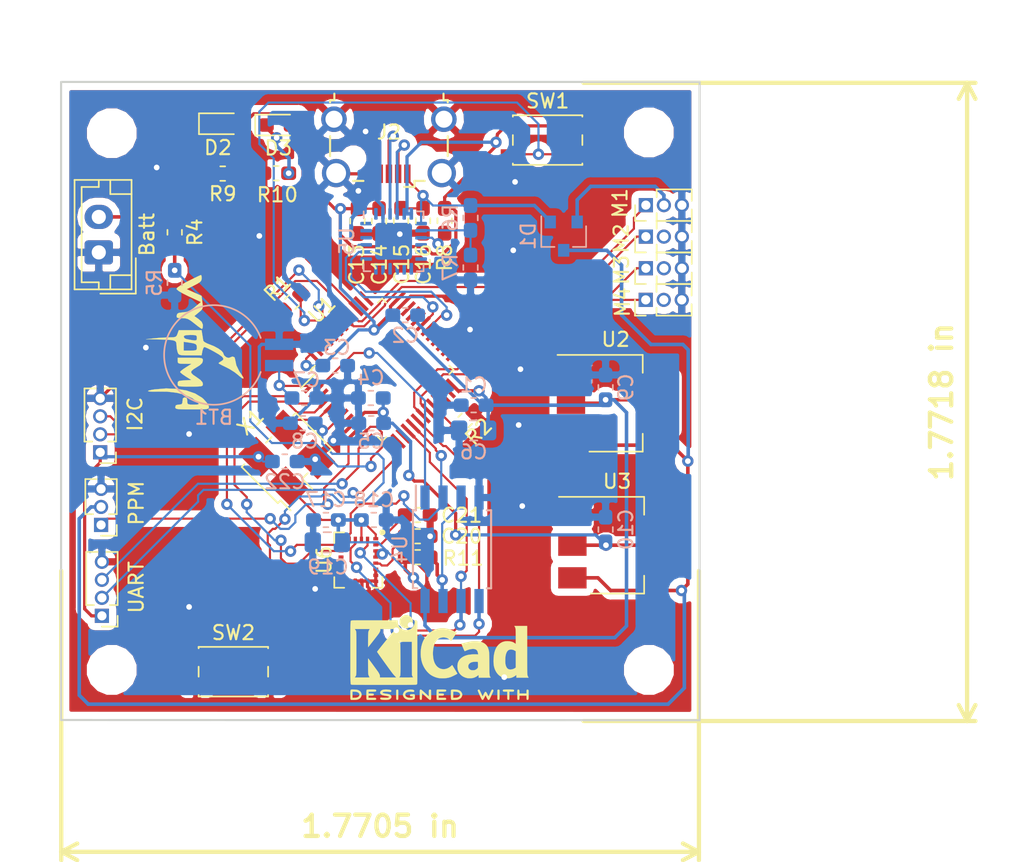
<source format=kicad_pcb>
(kicad_pcb (version 20171130) (host pcbnew "(5.0.2)-1")
  (title_block (title "Flight Controller") (date 2019-03-06) (rev 2) (company "Team Vyoma"))
  (layers (0 F.Cu signal) (31 B.Cu signal) (34 B.Paste user hide) (35 F.Paste user hide) (36 B.SilkS user) (37 F.SilkS user) (38 B.Mask user) (39 F.Mask user) (44 Edge.Cuts user))
  (net 0 "")
  (net 1 +BATT)
  (net 2 GNDA)
  (net 3 +3V3)
  (net 4 +3.3VA)
  (net 5 RST)
  (net 6 OSC_IN)
  (net 7 VRegIn)
  (net 8 "Net-(C20-Pad1)")
  (net 9 "Net-(C21-Pad1)")
  (net 10 V1)
  (net 11 Vin)
  (net 12 "Net-(D2-Pad1)")
  (net 13 "Net-(D3-Pad1)")
  (net 14 LED1)
  (net 15 PPM_In)
  (net 16 D-)
  (net 17 D+)
  (net 18 "Net-(J2-Pad4)")
  (net 19 VMAIN)
  (net 20 O1)
  (net 21 O2)
  (net 22 "Net-(J5-Pad2)")
  (net 23 O3)
  (net 24 "Net-(J6-Pad2)")
  (net 25 "Net-(J7-Pad2)")
  (net 26 O4)
  (net 27 Tx1)
  (net 28 Rx1)
  (net 29 SCL)
  (net 30 SDA)
  (net 31 BOOT)
  (net 32 "Net-(R2-Pad1)")
  (net 33 VSENSE)
  (net 34 VBus)
  (net 35 "Net-(R8-Pad2)")
  (net 36 "Net-(R11-Pad2)")
  (net 37 CS0#)
  (net 38 CS1#)
  (net 39 CS2#)
  (net 40 "Net-(U1-Pad14)")
  (net 41 SCK)
  (net 42 MISO)
  (net 43 MOSI)
  (net 44 "Net-(U1-Pad21)")
  (net 45 "Net-(U1-Pad22)")
  (net 46 "Net-(U1-Pad25)")
  (net 47 "Net-(U1-Pad26)")
  (net 48 "Net-(U1-Pad27)")
  (net 49 "Net-(U1-Pad28)")
  (net 50 "Net-(U1-Pad29)")
  (net 51 Tx)
  (net 52 Rx)
  (net 53 "Net-(U1-Pad32)")
  (net 54 "Net-(U1-Pad33)")
  (net 55 "Net-(U1-Pad34)")
  (net 56 "Net-(U1-Pad37)")
  (net 57 "Net-(U1-Pad38)")
  (net 58 "Net-(U1-Pad45)")
  (net 59 "Net-(U1-Pad46)")
  (net 60 "Net-(U5-Pad1)")
  (net 61 "Net-(U5-Pad10)")
  (net 62 "Net-(U5-Pad11)")
  (net 63 "Net-(U5-Pad12)")
  (net 64 "Net-(U5-Pad13)")
  (net 65 "Net-(U5-Pad14)")
  (net 66 "Net-(U5-Pad15)")
  (net 67 "Net-(U5-Pad16)")
  (net 68 "Net-(U5-Pad17)")
  (net 69 "Net-(U5-Pad18)")
  (net 70 "Net-(U5-Pad19)")
  (net 71 "Net-(U5-Pad22)")
  (net 72 "Net-(U5-Pad23)")
  (net 73 "Net-(U5-Pad24)")
  (net 74 "Net-(U6-Pad9)")
  (net 75 "Net-(U6-Pad10)")
  (net 76 "Net-(U6-Pad11)")
  (net 77 "Net-(U6-Pad12)")
  (net 78 "Net-(U6-Pad13)")
  (net 79 "Net-(U1-Pad6)")
  (module Oscillator:Oscillator_SMD_SeikoEpson_SG8002LB-4Pin_5.0x3.2mm_HandSoldering (layer F.Cu) (at 129.320423 74.079612 45)
    (fp_text reference X1 (at 0 -3.6 45) (layer F.SilkS))
    (fp_text value SG-5032CA)
    (pad 1 smd rect (at -1.35 1.475 45) (size 1.76 2.25) (layers F.Cu F.Paste F.Mask) (net 3 +3V3))
    (pad 2 smd rect (at 1.35 1.475 45) (size 1.76 2.25) (layers F.Cu F.Paste F.Mask) (net 2 GNDA))
    (pad 3 smd rect (at 1.35 -1.475 45) (size 1.76 2.25) (layers F.Cu F.Paste F.Mask) (net 6 OSC_IN))
    (pad 4 smd rect (at -1.35 -1.475 45) (size 1.76 2.25) (layers F.Cu F.Paste F.Mask) (net 3 +3V3))
  )
  (module Capacitor_SMD:C_0603_1608Metric_Pad1.05x0.95mm_HandSolder (layer B.Cu) (at 129.173 74.33)
    (fp_text reference C22 (at 0 1.43) (layer B.SilkS) (effects (justify mirror)))
    (fp_text value 10n)
    (pad 1 smd roundrect (at -0.875 0) (size 1.05 0.95) (layers B.Cu B.Paste B.Mask) (net 3 +3V3))
    (pad 2 smd roundrect (at 0.875 0) (size 1.05 0.95) (layers B.Cu B.Paste B.Mask) (net 2 GNDA))
  )
  (module Battery:BatteryHolder_Seiko_MS621F (layer B.Cu) (at 128.778 66.814)
    (fp_text reference BT1 (at -4.6 4.4) (layer B.SilkS) (effects (justify mirror)))
    (fp_text value MS621F)
    (pad 1 smd rect (at 0 0.75) (size 2 0.8) (layers B.Cu B.Paste B.Mask) (net 1 +BATT))
    (pad 2 smd rect (at 0 -0.75) (size 2 0.8) (layers B.Cu B.Paste B.Mask) (net 2 GNDA))
  )
  (module MountingHole:MountingHole_2.5mm (layer F.Cu) (at 116.975 51.175)
    (fp_text reference H1 hide)
    (fp_text value MountingHole hide)
    (pad 1 np_thru_hole circle (at 0 0) (size 2.5 2.5) (drill 2.5) (layers *.Cu *.Mask))
  )
  (module MountingHole:MountingHole_2.5mm (layer F.Cu) (at 154.85 89.025)
    (fp_text reference H4 hide)
    (fp_text value MountingHole hide)
    (pad 1 np_thru_hole circle (at 0 0) (size 2.5 2.5) (drill 2.5) (layers *.Cu *.Mask))
  )
  (module MountingHole:MountingHole_2.5mm (layer F.Cu) (at 116.975 89.025)
    (fp_text reference H3 hide)
    (fp_text value MountingHole hide)
    (pad 1 np_thru_hole circle (at 0 0) (size 2.5 2.5) (drill 2.5) (layers *.Cu *.Mask))
  )
  (module MountingHole:MountingHole_2.5mm (layer F.Cu) (at 154.85 51.125)
    (fp_text reference H2 hide)
    (fp_text value MountingHole hide)
    (pad 1 np_thru_hole circle (at 0 0) (size 2.5 2.5) (drill 2.5) (layers *.Cu *.Mask))
  )
  (module Capacitor_SMD:C_0603_1608Metric_Pad1.05x0.95mm_HandSolder (layer B.Cu) (at 142.494 70.358 180)
    (fp_text reference C1 (at 0 1.43 180) (layer B.SilkS) (effects (justify mirror)))
    (fp_text value 100n)
    (pad 2 smd roundrect (at 0.875 0 180) (size 1.05 0.95) (layers B.Cu B.Paste B.Mask) (net 2 GNDA))
    (pad 1 smd roundrect (at -0.875 0 180) (size 1.05 0.95) (layers B.Cu B.Paste B.Mask) (net 3 +3V3))
  )
  (module Capacitor_SMD:C_0603_1608Metric_Pad1.05x0.95mm_HandSolder (layer B.Cu) (at 137.668 64.008)
    (fp_text reference C2 (at 0 1.43) (layer B.SilkS) (effects (justify mirror)))
    (fp_text value 100n)
    (pad 2 smd roundrect (at 0.875 0) (size 1.05 0.95) (layers B.Cu B.Paste B.Mask) (net 2 GNDA))
    (pad 1 smd roundrect (at -0.875 0) (size 1.05 0.95) (layers B.Cu B.Paste B.Mask) (net 3 +3V3))
  )
  (module Capacitor_SMD:C_0603_1608Metric_Pad1.05x0.95mm_HandSolder (layer B.Cu) (at 132.729 67.564)
    (fp_text reference C3 (at 0.113 -1.27) (layer B.SilkS) (effects (justify mirror)))
    (fp_text value 100n)
    (pad 2 smd roundrect (at 0.875 0) (size 1.05 0.95) (layers B.Cu B.Paste B.Mask) (net 2 GNDA))
    (pad 1 smd roundrect (at -0.875 0) (size 1.05 0.95) (layers B.Cu B.Paste B.Mask) (net 3 +3V3))
  )
  (module Capacitor_SMD:C_0603_1608Metric_Pad1.05x0.95mm_HandSolder (layer B.Cu) (at 135.241 69.85 180)
    (fp_text reference C4 (at 0 1.43 180) (layer B.SilkS) (effects (justify mirror)))
    (fp_text value 100n)
    (pad 1 smd roundrect (at -0.875 0 180) (size 1.05 0.95) (layers B.Cu B.Paste B.Mask) (net 4 +3.3VA))
    (pad 2 smd roundrect (at 0.875 0 180) (size 1.05 0.95) (layers B.Cu B.Paste B.Mask) (net 2 GNDA))
  )
  (module Capacitor_SMD:C_0603_1608Metric_Pad1.05x0.95mm_HandSolder (layer B.Cu) (at 135.269 71.628 180)
    (fp_text reference C5 (at 0 -1.27 180) (layer B.SilkS) (effects (justify mirror)))
    (fp_text value 1u)
    (pad 2 smd roundrect (at 0.875 0 180) (size 1.05 0.95) (layers B.Cu B.Paste B.Mask) (net 2 GNDA))
    (pad 1 smd roundrect (at -0.875 0 180) (size 1.05 0.95) (layers B.Cu B.Paste B.Mask) (net 4 +3.3VA))
  )
  (module Capacitor_SMD:C_0805_2012Metric_Pad1.15x1.40mm_HandSolder (layer B.Cu) (at 142.494 72.136 180)
    (fp_text reference C6 (at 0 -1.524 180) (layer B.SilkS) (effects (justify mirror)))
    (fp_text value 10u)
    (pad 2 smd roundrect (at 1.025 0 180) (size 1.15 1.4) (layers B.Cu B.Paste B.Mask) (roundrect_rratio 0.217391) (net 2 GNDA))
    (pad 1 smd roundrect (at -1.025 0 180) (size 1.15 1.4) (layers B.Cu B.Paste B.Mask) (roundrect_rratio 0.217391) (net 3 +3V3))
  )
  (module Capacitor_SMD:C_0603_1608Metric_Pad1.05x0.95mm_HandSolder (layer B.Cu) (at 130.556 69.85)
    (fp_text reference C7 (at 0.141 -1.27) (layer B.SilkS) (effects (justify mirror)))
    (fp_text value 100n)
    (pad 1 smd roundrect (at -0.875 0) (size 1.05 0.95) (layers B.Cu B.Paste B.Mask) (net 1 +BATT))
    (pad 2 smd roundrect (at 0.875 0) (size 1.05 0.95) (layers B.Cu B.Paste B.Mask) (net 2 GNDA))
  )
  (module Capacitor_SMD:C_0603_1608Metric_Pad1.05x0.95mm_HandSolder (layer B.Cu) (at 130.443 71.628 180)
    (fp_text reference C8 (at -0.141 -1.27 180) (layer B.SilkS) (effects (justify mirror)))
    (fp_text value 100n)
    (pad 1 smd roundrect (at -0.875 0 180) (size 1.05 0.95) (layers B.Cu B.Paste B.Mask) (net 5 RST))
    (pad 2 smd roundrect (at 0.875 0 180) (size 1.05 0.95) (layers B.Cu B.Paste B.Mask) (net 2 GNDA))
  )
  (module Capacitor_SMD:C_0603_1608Metric_Pad1.05x0.95mm_HandSolder (layer B.Cu) (at 151.8 69.1 90)
    (fp_text reference C9 (at 0 1.43 90) (layer B.SilkS) (effects (justify mirror)))
    (fp_text value 1u)
    (pad 2 smd roundrect (at 0.875 0 90) (size 1.05 0.95) (layers B.Cu B.Paste B.Mask) (net 2 GNDA))
    (pad 1 smd roundrect (at -0.875 0 90) (size 1.05 0.95) (layers B.Cu B.Paste B.Mask) (net 3 +3V3))
  )
  (module Capacitor_SMD:C_0603_1608Metric_Pad1.05x0.95mm_HandSolder (layer B.Cu) (at 151.8 79.125 90)
    (fp_text reference C10 (at 0 1.43 90) (layer B.SilkS) (effects (justify mirror)))
    (fp_text value 1u)
    (pad 1 smd roundrect (at -0.875 0 90) (size 1.05 0.95) (layers B.Cu B.Paste B.Mask) (net 4 +3.3VA))
    (pad 2 smd roundrect (at 0.875 0 90) (size 1.05 0.95) (layers B.Cu B.Paste B.Mask) (net 2 GNDA))
  )
  (module Capacitor_SMD:C_0603_1608Metric_Pad1.05x0.95mm_HandSolder (layer F.Cu) (at 134.3 57.375 270)
    (fp_text reference C13 (at 3.075 0.05 270) (layer F.SilkS))
    (fp_text value 100n)
    (pad 1 smd roundrect (at -0.875 0 270) (size 1.05 0.95) (layers F.Cu F.Paste F.Mask) (net 3 +3V3))
    (pad 2 smd roundrect (at 0.875 0 270) (size 1.05 0.95) (layers F.Cu F.Paste F.Mask) (net 2 GNDA))
  )
  (module Capacitor_SMD:C_0603_1608Metric_Pad1.05x0.95mm_HandSolder (layer F.Cu) (at 135.825 57.375 270)
    (fp_text reference C14 (at 3.075 -0.025 270) (layer F.SilkS))
    (fp_text value 4.7u)
    (pad 2 smd roundrect (at 0.875 0 270) (size 1.05 0.95) (layers F.Cu F.Paste F.Mask) (net 2 GNDA))
    (pad 1 smd roundrect (at -0.875 0 270) (size 1.05 0.95) (layers F.Cu F.Paste F.Mask) (net 3 +3V3))
  )
  (module Capacitor_SMD:C_0603_1608Metric_Pad1.05x0.95mm_HandSolder (layer F.Cu) (at 137.375 57.35 270)
    (fp_text reference C15 (at 3.075 -0.05 270) (layer F.SilkS))
    (fp_text value 100n)
    (pad 1 smd roundrect (at -0.875 0 270) (size 1.05 0.95) (layers F.Cu F.Paste F.Mask) (net 7 VRegIn))
    (pad 2 smd roundrect (at 0.875 0 270) (size 1.05 0.95) (layers F.Cu F.Paste F.Mask) (net 2 GNDA))
  )
  (module Capacitor_SMD:C_0603_1608Metric_Pad1.05x0.95mm_HandSolder (layer F.Cu) (at 138.925 57.35 270)
    (fp_text reference C16 (at 3.075 -0.025 270) (layer F.SilkS))
    (fp_text value 4.7u)
    (pad 2 smd roundrect (at 0.875 0 270) (size 1.05 0.95) (layers F.Cu F.Paste F.Mask) (net 2 GNDA))
    (pad 1 smd roundrect (at -0.875 0 270) (size 1.05 0.95) (layers F.Cu F.Paste F.Mask) (net 7 VRegIn))
  )
  (module Capacitor_SMD:C_0603_1608Metric_Pad1.05x0.95mm_HandSolder (layer B.Cu) (at 132.075 78.45 180)
    (fp_text reference C17 (at 0 1.43 180) (layer B.SilkS) (effects (justify mirror)))
    (fp_text value 100n)
    (pad 1 smd roundrect (at -0.875 0 180) (size 1.05 0.95) (layers B.Cu B.Paste B.Mask) (net 3 +3V3))
    (pad 2 smd roundrect (at 0.875 0 180) (size 1.05 0.95) (layers B.Cu B.Paste B.Mask) (net 2 GNDA))
  )
  (module Capacitor_SMD:C_0603_1608Metric_Pad1.05x0.95mm_HandSolder (layer B.Cu) (at 135.45 78.45)
    (fp_text reference C18 (at 0 -1.425) (layer B.SilkS) (effects (justify mirror)))
    (fp_text value 100n)
    (pad 1 smd roundrect (at -0.875 0) (size 1.05 0.95) (layers B.Cu B.Paste B.Mask) (net 3 +3V3))
    (pad 2 smd roundrect (at 0.875 0) (size 1.05 0.95) (layers B.Cu B.Paste B.Mask) (net 2 GNDA))
  )
  (module Capacitor_SMD:C_0805_2012Metric_Pad1.15x1.40mm_HandSolder (layer B.Cu) (at 132.175 80.025 180)
    (fp_text reference C19 (at -0.05 -1.75 180) (layer B.SilkS) (effects (justify mirror)))
    (fp_text value 10u)
    (pad 1 smd roundrect (at -1.025 0 180) (size 1.15 1.4) (layers B.Cu B.Paste B.Mask) (roundrect_rratio 0.217391) (net 3 +3V3))
    (pad 2 smd roundrect (at 1.025 0 180) (size 1.15 1.4) (layers B.Cu B.Paste B.Mask) (roundrect_rratio 0.217391) (net 2 GNDA))
  )
  (module Capacitor_SMD:C_0603_1608Metric_Pad1.05x0.95mm_HandSolder (layer F.Cu) (at 138.55 79.6)
    (fp_text reference C20 (at 3.1 0) (layer F.SilkS))
    (fp_text value 10n)
    (pad 2 smd roundrect (at 0.875 0) (size 1.05 0.95) (layers F.Cu F.Paste F.Mask) (net 2 GNDA))
    (pad 1 smd roundrect (at -0.875 0) (size 1.05 0.95) (layers F.Cu F.Paste F.Mask) (net 8 "Net-(C20-Pad1)"))
  )
  (module Capacitor_SMD:C_0603_1608Metric_Pad1.05x0.95mm_HandSolder (layer F.Cu) (at 138.55 78.1)
    (fp_text reference C21 (at 3.1 0.025) (layer F.SilkS))
    (fp_text value 100n)
    (pad 1 smd roundrect (at -0.875 0) (size 1.05 0.95) (layers F.Cu F.Paste F.Mask) (net 9 "Net-(C21-Pad1)"))
    (pad 2 smd roundrect (at 0.875 0) (size 1.05 0.95) (layers F.Cu F.Paste F.Mask) (net 2 GNDA))
  )
  (module Package_TO_SOT_SMD:SOT-23 (layer B.Cu) (at 148.844 58.436 270)
    (fp_text reference D1 (at 0 2.5 270) (layer B.SilkS) (effects (justify mirror)))
    (fp_text value BAT54C)
    (pad 1 smd rect (at -1 0.95 270) (size 0.9 0.8) (layers B.Cu B.Paste B.Mask) (net 7 VRegIn))
    (pad 2 smd rect (at -1 -0.95 270) (size 0.9 0.8) (layers B.Cu B.Paste B.Mask) (net 10 V1))
    (pad 3 smd rect (at 1 0 270) (size 0.9 0.8) (layers B.Cu B.Paste B.Mask) (net 11 Vin))
  )
  (module LED_SMD:LED_0603_1608Metric_Pad1.05x0.95mm_HandSolder (layer F.Cu) (at 124.785 50.51)
    (fp_text reference D2 (at -0.325 1.687) (layer F.SilkS))
    (fp_text value POWER)
    (pad 2 smd roundrect (at 0.875 0) (size 1.05 0.95) (layers F.Cu F.Paste F.Mask) (net 3 +3V3))
    (pad 1 smd roundrect (at -0.875 0) (size 1.05 0.95) (layers F.Cu F.Paste F.Mask) (net 12 "Net-(D2-Pad1)"))
  )
  (module LED_SMD:LED_0603_1608Metric_Pad1.05x0.95mm_HandSolder (layer F.Cu) (at 128.75 50.6)
    (fp_text reference D3 (at -0.025 1.625) (layer F.SilkS))
    (fp_text value LD1)
    (pad 1 smd roundrect (at -0.875 0) (size 1.05 0.95) (layers F.Cu F.Paste F.Mask) (net 13 "Net-(D3-Pad1)"))
    (pad 2 smd roundrect (at 0.875 0) (size 1.05 0.95) (layers F.Cu F.Paste F.Mask) (net 14 LED1))
  )
  (module Connector_PinHeader_1.27mm:PinHeader_1x03_P1.27mm_Vertical (layer F.Cu) (at 116.22 78.802 180)
    (fp_text reference J1 hide)
    (fp_text value PPM (at -2.49 1.54 270) (layer F.SilkS))
    (pad 1 thru_hole rect (at 0 0 180) (size 1 1) (drill 0.65) (layers *.Cu *.Mask) (net 15 PPM_In))
    (pad 2 thru_hole oval (at 0 1.27 180) (size 1 1) (drill 0.65) (layers *.Cu *.Mask) (net 11 Vin))
    (pad 3 thru_hole oval (at 0 2.54 180) (size 1 1) (drill 0.65) (layers *.Cu *.Mask) (net 2 GNDA))
  )
  (module Connector_USB:USB_Micro-B_Wuerth_629105150521_CircularHoles (layer F.Cu) (at 136.52 52.14 180)
    (fp_text reference J2 (at -0.005 1.04 180) (layer F.SilkS))
    (fp_text value USB)
    (pad 1 smd rect (at -1.3 -1.9 180) (size 0.45 1.3) (layers F.Cu F.Paste F.Mask) (net 7 VRegIn))
    (pad 2 smd rect (at -0.65 -1.9 180) (size 0.45 1.3) (layers F.Cu F.Paste F.Mask) (net 16 D-))
    (pad 3 smd rect (at 0 -1.9 180) (size 0.45 1.3) (layers F.Cu F.Paste F.Mask) (net 17 D+))
    (pad 4 smd rect (at 0.65 -1.9 180) (size 0.45 1.3) (layers F.Cu F.Paste F.Mask) (net 18 "Net-(J2-Pad4)"))
    (pad 5 smd rect (at 1.3 -1.9 180) (size 0.45 1.3) (layers F.Cu F.Paste F.Mask) (net 2 GNDA))
    (pad 6 thru_hole circle (at -3.725 -1.85 180) (size 2 2) (drill 1.4) (layers *.Cu *.Mask) (net 2 GNDA))
    (pad 6 thru_hole circle (at 3.725 -1.85 180) (size 2 2) (drill 1.4) (layers *.Cu *.Mask) (net 2 GNDA))
    (pad 6 thru_hole circle (at -3.875 1.95 180) (size 1.8 1.8) (drill 1.2) (layers *.Cu *.Mask) (net 2 GNDA))
    (pad 6 thru_hole circle (at 3.875 1.95 180) (size 1.8 1.8) (drill 1.2) (layers *.Cu *.Mask) (net 2 GNDA))
    (pad "" np_thru_hole circle (at -2.5 -0.8 180) (size 0.8 0.8) (drill 0.8) (layers *.Cu *.Mask))
    (pad "" np_thru_hole circle (at 2.5 -0.8 180) (size 0.8 0.8) (drill 0.8) (layers *.Cu *.Mask))
  )
  (module Connector_JST:JST_EH_B02B-EH-A_1x02_P2.50mm_Vertical (layer F.Cu) (at 116.06 59.58 90)
    (fp_text reference J3 hide)
    (fp_text value Batt (at 1.25 3.4 90) (layer F.SilkS))
    (pad 1 thru_hole roundrect (at 0 0 90) (size 1.7 2) (drill 1) (layers *.Cu *.Mask) (roundrect_rratio 0.147059) (net 2 GNDA))
    (pad 2 thru_hole oval (at 2.5 0 90) (size 1.7 2) (drill 1) (layers *.Cu *.Mask) (net 19 VMAIN))
  )
  (module Connector_PinHeader_1.27mm:PinHeader_1x03_P1.27mm_Vertical (layer F.Cu) (at 154.64 56.25 90)
    (fp_text reference J4 hide)
    (fp_text value M1 (at 0.14 -1.82 90) (layer F.SilkS))
    (pad 3 thru_hole oval (at 0 2.54 90) (size 1 1) (drill 0.65) (layers *.Cu *.Mask) (net 2 GNDA))
    (pad 2 thru_hole oval (at 0 1.27 90) (size 1 1) (drill 0.65) (layers *.Cu *.Mask) (net 10 V1))
    (pad 1 thru_hole rect (at 0 0 90) (size 1 1) (drill 0.65) (layers *.Cu *.Mask) (net 20 O1))
  )
  (module Connector_PinHeader_1.27mm:PinHeader_1x03_P1.27mm_Vertical (layer F.Cu) (at 154.64 58.47 90)
    (fp_text reference J5 hide)
    (fp_text value M2 (at -0.13 -1.74 90) (layer F.SilkS))
    (pad 1 thru_hole rect (at 0 0 90) (size 1 1) (drill 0.65) (layers *.Cu *.Mask) (net 21 O2))
    (pad 2 thru_hole oval (at 0 1.27 90) (size 1 1) (drill 0.65) (layers *.Cu *.Mask) (net 22 "Net-(J5-Pad2)"))
    (pad 3 thru_hole oval (at 0 2.54 90) (size 1 1) (drill 0.65) (layers *.Cu *.Mask) (net 2 GNDA))
  )
  (module Connector_PinHeader_1.27mm:PinHeader_1x03_P1.27mm_Vertical (layer F.Cu) (at 154.64 60.7 90)
    (fp_text reference J6 hide)
    (fp_text value M3 (at -0.12 -1.71 90) (layer F.SilkS))
    (pad 1 thru_hole rect (at 0 0 90) (size 1 1) (drill 0.65) (layers *.Cu *.Mask) (net 23 O3))
    (pad 2 thru_hole oval (at 0 1.27 90) (size 1 1) (drill 0.65) (layers *.Cu *.Mask) (net 24 "Net-(J6-Pad2)"))
    (pad 3 thru_hole oval (at 0 2.54 90) (size 1 1) (drill 0.65) (layers *.Cu *.Mask) (net 2 GNDA))
  )
  (module Connector_PinHeader_1.27mm:PinHeader_1x03_P1.27mm_Vertical (layer F.Cu) (at 154.63 62.93 90)
    (fp_text reference J7 hide)
    (fp_text value M4 (at -0.16 -1.64 90) (layer F.SilkS))
    (pad 3 thru_hole oval (at 0 2.54 90) (size 1 1) (drill 0.65) (layers *.Cu *.Mask) (net 2 GNDA))
    (pad 2 thru_hole oval (at 0 1.27 90) (size 1 1) (drill 0.65) (layers *.Cu *.Mask) (net 25 "Net-(J7-Pad2)"))
    (pad 1 thru_hole rect (at 0 0 90) (size 1 1) (drill 0.65) (layers *.Cu *.Mask) (net 26 O4))
  )
  (module Connector_PinHeader_1.27mm:PinHeader_1x04_P1.27mm_Vertical (layer F.Cu) (at 116.28 85.212 180)
    (fp_text reference J8 hide)
    (fp_text value UART (at -2.425 2.015 270) (layer F.SilkS))
    (pad 4 thru_hole oval (at 0 3.81 180) (size 1 1) (drill 0.65) (layers *.Cu *.Mask) (net 2 GNDA))
    (pad 3 thru_hole oval (at 0 2.54 180) (size 1 1) (drill 0.65) (layers *.Cu *.Mask) (net 27 Tx1))
    (pad 2 thru_hole oval (at 0 1.27 180) (size 1 1) (drill 0.65) (layers *.Cu *.Mask) (net 28 Rx1))
    (pad 1 thru_hole rect (at 0 0 180) (size 1 1) (drill 0.65) (layers *.Cu *.Mask) (net 3 +3V3))
  )
  (module Connector_PinHeader_1.27mm:PinHeader_1x04_P1.27mm_Vertical (layer F.Cu) (at 116.16 73.682 180)
    (fp_text reference J9 hide)
    (fp_text value I2C)
    (pad 1 thru_hole rect (at 0 0 180) (size 1 1) (drill 0.65) (layers *.Cu *.Mask) (net 3 +3V3))
    (pad 2 thru_hole oval (at 0 1.27 180) (size 1 1) (drill 0.65) (layers *.Cu *.Mask) (net 29 SCL))
    (pad 3 thru_hole oval (at 0 2.54 180) (size 1 1) (drill 0.65) (layers *.Cu *.Mask) (net 30 SDA))
    (pad 4 thru_hole oval (at 0 3.81 180) (size 1 1) (drill 0.65) (layers *.Cu *.Mask) (net 2 GNDA))
  )
  (module Resistor_SMD:R_0603_1608Metric_Pad1.05x0.95mm_HandSolder (layer F.Cu) (at 129.683282 63.102718 225)
    (fp_text reference R1 (at 0 1.436841 225) (layer F.SilkS))
    (fp_text value 10k)
    (pad 1 smd roundrect (at -0.874999 0 225) (size 1.05 0.95) (layers F.Cu F.Paste F.Mask) (net 31 BOOT))
    (pad 2 smd roundrect (at 0.874999 0 225) (size 1.05 0.95) (layers F.Cu F.Paste F.Mask) (net 2 GNDA))
  )
  (module Resistor_SMD:R_0603_1608Metric_Pad1.05x0.95mm_HandSolder (layer F.Cu) (at 141.893718 71.431282 45)
    (fp_text reference R2 (at 0.11495 1.237437 45) (layer F.SilkS))
    (fp_text value 10k)
    (pad 1 smd roundrect (at -0.875 0 45) (size 1.05 0.95) (layers F.Cu F.Paste F.Mask) (net 32 "Net-(R2-Pad1)"))
    (pad 2 smd roundrect (at 0.875 0 45) (size 1.05 0.95) (layers F.Cu F.Paste F.Mask) (net 2 GNDA))
  )
  (module Resistor_SMD:R_0603_1608Metric_Pad1.05x0.95mm_HandSolder (layer F.Cu) (at 121.412 58.166 270)
    (fp_text reference R4 (at 0 -1.43 270) (layer F.SilkS))
    (fp_text value 41.2k)
    (pad 2 smd roundrect (at 0.875 0 270) (size 1.05 0.95) (layers F.Cu F.Paste F.Mask) (net 33 VSENSE))
    (pad 1 smd roundrect (at -0.875 0 270) (size 1.05 0.95) (layers F.Cu F.Paste F.Mask) (net 19 VMAIN))
  )
  (module Resistor_SMD:R_0603_1608Metric_Pad1.05x0.95mm_HandSolder (layer B.Cu) (at 121.412 61.722 270)
    (fp_text reference R5 (at 0 1.43 270) (layer B.SilkS) (effects (justify mirror)))
    (fp_text value 10k)
    (pad 2 smd roundrect (at 0.875 0 270) (size 1.05 0.95) (layers B.Cu B.Paste B.Mask) (net 2 GNDA))
    (pad 1 smd roundrect (at -0.875 0 270) (size 1.05 0.95) (layers B.Cu B.Paste B.Mask) (net 33 VSENSE))
  )
  (module Resistor_SMD:R_0603_1608Metric_Pad1.05x0.95mm_HandSolder (layer B.Cu) (at 142.275 57.15 270)
    (fp_text reference R6 (at 0 1.43 270) (layer B.SilkS) (effects (justify mirror)))
    (fp_text value 22.1k)
    (pad 1 smd roundrect (at -0.875 0 270) (size 1.05 0.95) (layers B.Cu B.Paste B.Mask) (net 7 VRegIn))
    (pad 2 smd roundrect (at 0.875 0 270) (size 1.05 0.95) (layers B.Cu B.Paste B.Mask) (net 34 VBus))
  )
  (module Resistor_SMD:R_0603_1608Metric_Pad1.05x0.95mm_HandSolder (layer B.Cu) (at 142.275 60.65 270)
    (fp_text reference R7 (at 0 1.43 270) (layer B.SilkS) (effects (justify mirror)))
    (fp_text value 47.5k)
    (pad 2 smd roundrect (at 0.875 0 270) (size 1.05 0.95) (layers B.Cu B.Paste B.Mask) (net 2 GNDA))
    (pad 1 smd roundrect (at -0.875 0 270) (size 1.05 0.95) (layers B.Cu B.Paste B.Mask) (net 34 VBus))
  )
  (module Resistor_SMD:R_0603_1608Metric_Pad1.05x0.95mm_HandSolder (layer F.Cu) (at 140.45 57.35 270)
    (fp_text reference R8 (at 2.6 0 270) (layer F.SilkS))
    (fp_text value 1k)
    (pad 2 smd roundrect (at 0.875 0 270) (size 1.05 0.95) (layers F.Cu F.Paste F.Mask) (net 35 "Net-(R8-Pad2)"))
    (pad 1 smd roundrect (at -0.875 0 270) (size 1.05 0.95) (layers F.Cu F.Paste F.Mask) (net 3 +3V3))
  )
  (module Resistor_SMD:R_0603_1608Metric_Pad1.05x0.95mm_HandSolder (layer F.Cu) (at 124.8 54.025 180)
    (fp_text reference R9 (at 0 -1.43 180) (layer F.SilkS))
    (fp_text value 330)
    (pad 1 smd roundrect (at -0.875 0 180) (size 1.05 0.95) (layers F.Cu F.Paste F.Mask) (net 2 GNDA))
    (pad 2 smd roundrect (at 0.875 0 180) (size 1.05 0.95) (layers F.Cu F.Paste F.Mask) (net 12 "Net-(D2-Pad1)"))
  )
  (module Resistor_SMD:R_0603_1608Metric_Pad1.05x0.95mm_HandSolder (layer F.Cu) (at 128.575 54)
    (fp_text reference R10 (at 0.075 1.525) (layer F.SilkS))
    (fp_text value 330)
    (pad 2 smd roundrect (at 0.875 0) (size 1.05 0.95) (layers F.Cu F.Paste F.Mask) (net 13 "Net-(D3-Pad1)"))
    (pad 1 smd roundrect (at -0.875 0) (size 1.05 0.95) (layers F.Cu F.Paste F.Mask) (net 2 GNDA))
  )
  (module Resistor_SMD:R_0603_1608Metric_Pad1.05x0.95mm_HandSolder (layer F.Cu) (at 138.55 81.075)
    (fp_text reference R11 (at 3.2 0.075) (layer F.SilkS))
    (fp_text value 1k)
    (pad 1 smd roundrect (at -0.875 0) (size 1.05 0.95) (layers F.Cu F.Paste F.Mask) (net 3 +3V3))
    (pad 2 smd roundrect (at 0.875 0) (size 1.05 0.95) (layers F.Cu F.Paste F.Mask) (net 36 "Net-(R11-Pad2)"))
  )
  (module Button_Switch_SMD:SW_SPST_EVQP2 (layer F.Cu) (at 147.71 51.66)
    (fp_text reference SW1 (at 0 -2.75) (layer F.SilkS))
    (fp_text value BOOT)
    (pad 1 smd rect (at 2.58 -1) (size 1.45 0.7) (layers F.Cu F.Paste F.Mask) (net 3 +3V3))
    (pad 1 smd rect (at -2.58 -1) (size 1.45 0.7) (layers F.Cu F.Paste F.Mask) (net 3 +3V3))
    (pad 2 smd rect (at -2.58 1) (size 1.45 0.7) (layers F.Cu F.Paste F.Mask) (net 31 BOOT))
    (pad 2 smd rect (at 2.58 1) (size 1.45 0.7) (layers F.Cu F.Paste F.Mask) (net 31 BOOT))
  )
  (module Button_Switch_SMD:SW_SPST_EVQP2 (layer F.Cu) (at 125.55 89.15)
    (fp_text reference SW2 (at 0 -2.75) (layer F.SilkS))
    (fp_text value RESET)
    (pad 2 smd rect (at 2.58 1) (size 1.45 0.7) (layers F.Cu F.Paste F.Mask) (net 2 GNDA))
    (pad 2 smd rect (at -2.58 1) (size 1.45 0.7) (layers F.Cu F.Paste F.Mask) (net 2 GNDA))
    (pad 1 smd rect (at -2.58 -1) (size 1.45 0.7) (layers F.Cu F.Paste F.Mask) (net 5 RST))
    (pad 1 smd rect (at 2.58 -1) (size 1.45 0.7) (layers F.Cu F.Paste F.Mask) (net 5 RST))
  )
  (module Package_QFP:LQFP-48_7x7mm_P0.5mm (layer F.Cu) (at 136.038862 67.867309 45)
    (fp_text reference U1 (at 0 -6 45) (layer F.SilkS))
    (fp_text value STM32F103C8T6)
    (pad 1 smd rect (at -4.35 -2.75 45) (size 1.3 0.25) (layers F.Cu F.Paste F.Mask) (net 1 +BATT))
    (pad 2 smd rect (at -4.35 -2.25 45) (size 1.3 0.25) (layers F.Cu F.Paste F.Mask) (net 37 CS0#))
    (pad 3 smd rect (at -4.35 -1.749999 45) (size 1.3 0.25) (layers F.Cu F.Paste F.Mask) (net 38 CS1#))
    (pad 4 smd rect (at -4.35 -1.25 45) (size 1.3 0.25) (layers F.Cu F.Paste F.Mask) (net 39 CS2#))
    (pad 5 smd rect (at -4.35 -0.750001 45) (size 1.3 0.25) (layers F.Cu F.Paste F.Mask) (net 6 OSC_IN))
    (pad 6 smd rect (at -4.35 -0.25 45) (size 1.3 0.25) (layers F.Cu F.Paste F.Mask) (net 79 "Net-(U1-Pad6)"))
    (pad 7 smd rect (at -4.35 0.25 45) (size 1.3 0.25) (layers F.Cu F.Paste F.Mask) (net 5 RST))
    (pad 8 smd rect (at -4.35 0.750001 45) (size 1.3 0.25) (layers F.Cu F.Paste F.Mask) (net 2 GNDA))
    (pad 9 smd rect (at -4.35 1.25 45) (size 1.3 0.25) (layers F.Cu F.Paste F.Mask) (net 4 +3.3VA))
    (pad 10 smd rect (at -4.35 1.749999 45) (size 1.3 0.25) (layers F.Cu F.Paste F.Mask) (net 15 PPM_In))
    (pad 11 smd rect (at -4.35 2.25 45) (size 1.3 0.25) (layers F.Cu F.Paste F.Mask) (net 33 VSENSE))
    (pad 12 smd rect (at -4.35 2.75 45) (size 1.3 0.25) (layers F.Cu F.Paste F.Mask) (net 27 Tx1))
    (pad 13 smd rect (at -2.75 4.35 135) (size 1.3 0.25) (layers F.Cu F.Paste F.Mask) (net 28 Rx1))
    (pad 14 smd rect (at -2.25 4.35 135) (size 1.3 0.25) (layers F.Cu F.Paste F.Mask) (net 40 "Net-(U1-Pad14)"))
    (pad 15 smd rect (at -1.749999 4.35 135) (size 1.3 0.25) (layers F.Cu F.Paste F.Mask) (net 41 SCK))
    (pad 16 smd rect (at -1.25 4.35 135) (size 1.3 0.25) (layers F.Cu F.Paste F.Mask) (net 42 MISO))
    (pad 17 smd rect (at -0.750001 4.35 135) (size 1.3 0.25) (layers F.Cu F.Paste F.Mask) (net 43 MOSI))
    (pad 18 smd rect (at -0.25 4.35 135) (size 1.3 0.25) (layers F.Cu F.Paste F.Mask) (net 23 O3))
    (pad 19 smd rect (at 0.25 4.35 135) (size 1.3 0.25) (layers F.Cu F.Paste F.Mask) (net 26 O4))
    (pad 20 smd rect (at 0.750001 4.35 135) (size 1.3 0.25) (layers F.Cu F.Paste F.Mask) (net 32 "Net-(R2-Pad1)"))
    (pad 21 smd rect (at 1.25 4.35 135) (size 1.3 0.25) (layers F.Cu F.Paste F.Mask) (net 44 "Net-(U1-Pad21)"))
    (pad 22 smd rect (at 1.749999 4.35 135) (size 1.3 0.25) (layers F.Cu F.Paste F.Mask) (net 45 "Net-(U1-Pad22)"))
    (pad 23 smd rect (at 2.25 4.35 135) (size 1.3 0.25) (layers F.Cu F.Paste F.Mask) (net 2 GNDA))
    (pad 24 smd rect (at 2.75 4.35 135) (size 1.3 0.25) (layers F.Cu F.Paste F.Mask) (net 3 +3V3))
    (pad 25 smd rect (at 4.35 2.75 45) (size 1.3 0.25) (layers F.Cu F.Paste F.Mask) (net 46 "Net-(U1-Pad25)"))
    (pad 26 smd rect (at 4.35 2.25 45) (size 1.3 0.25) (layers F.Cu F.Paste F.Mask) (net 47 "Net-(U1-Pad26)"))
    (pad 27 smd rect (at 4.35 1.749999 45) (size 1.3 0.25) (layers F.Cu F.Paste F.Mask) (net 48 "Net-(U1-Pad27)"))
    (pad 28 smd rect (at 4.35 1.25 45) (size 1.3 0.25) (layers F.Cu F.Paste F.Mask) (net 49 "Net-(U1-Pad28)"))
    (pad 29 smd rect (at 4.35 0.750001 45) (size 1.3 0.25) (layers F.Cu F.Paste F.Mask) (net 50 "Net-(U1-Pad29)"))
    (pad 30 smd rect (at 4.35 0.25 45) (size 1.3 0.25) (layers F.Cu F.Paste F.Mask) (net 51 Tx))
    (pad 31 smd rect (at 4.35 -0.25 45) (size 1.3 0.25) (layers F.Cu F.Paste F.Mask) (net 52 Rx))
    (pad 32 smd rect (at 4.35 -0.750001 45) (size 1.3 0.25) (layers F.Cu F.Paste F.Mask) (net 53 "Net-(U1-Pad32)"))
    (pad 33 smd rect (at 4.35 -1.25 45) (size 1.3 0.25) (layers F.Cu F.Paste F.Mask) (net 54 "Net-(U1-Pad33)"))
    (pad 34 smd rect (at 4.35 -1.749999 45) (size 1.3 0.25) (layers F.Cu F.Paste F.Mask) (net 55 "Net-(U1-Pad34)"))
    (pad 35 smd rect (at 4.35 -2.25 45) (size 1.3 0.25) (layers F.Cu F.Paste F.Mask) (net 2 GNDA))
    (pad 36 smd rect (at 4.35 -2.75 45) (size 1.3 0.25) (layers F.Cu F.Paste F.Mask) (net 3 +3V3))
    (pad 37 smd rect (at 2.75 -4.35 135) (size 1.3 0.25) (layers F.Cu F.Paste F.Mask) (net 56 "Net-(U1-Pad37)"))
    (pad 38 smd rect (at 2.25 -4.35 135) (size 1.3 0.25) (layers F.Cu F.Paste F.Mask) (net 57 "Net-(U1-Pad38)"))
    (pad 39 smd rect (at 1.749999 -4.35 135) (size 1.3 0.25) (layers F.Cu F.Paste F.Mask) (net 14 LED1))
    (pad 40 smd rect (at 1.25 -4.35 135) (size 1.3 0.25) (layers F.Cu F.Paste F.Mask) (net 20 O1))
    (pad 41 smd rect (at 0.750001 -4.35 135) (size 1.3 0.25) (layers F.Cu F.Paste F.Mask) (net 21 O2))
    (pad 42 smd rect (at 0.25 -4.35 135) (size 1.3 0.25) (layers F.Cu F.Paste F.Mask) (net 29 SCL))
    (pad 43 smd rect (at -0.25 -4.35 135) (size 1.3 0.25) (layers F.Cu F.Paste F.Mask) (net 30 SDA))
    (pad 44 smd rect (at -0.750001 -4.35 135) (size 1.3 0.25) (layers F.Cu F.Paste F.Mask) (net 31 BOOT))
    (pad 45 smd rect (at -1.25 -4.35 135) (size 1.3 0.25) (layers F.Cu F.Paste F.Mask) (net 58 "Net-(U1-Pad45)"))
    (pad 46 smd rect (at -1.749999 -4.35 135) (size 1.3 0.25) (layers F.Cu F.Paste F.Mask) (net 59 "Net-(U1-Pad46)"))
    (pad 47 smd rect (at -2.25 -4.35 135) (size 1.3 0.25) (layers F.Cu F.Paste F.Mask) (net 2 GNDA))
    (pad 48 smd rect (at -2.75 -4.35 135) (size 1.3 0.25) (layers F.Cu F.Paste F.Mask) (net 3 +3V3))
  )
  (module Package_TO_SOT_SMD:SOT-223-3_TabPin2 (layer F.Cu) (at 152.507903 70.220867)
    (fp_text reference U2 (at 0 -4.5) (layer F.SilkS))
    (fp_text value AMS1117-3.3)
    (pad 2 smd rect (at 3.15 0) (size 2 3.8) (layers F.Cu F.Paste F.Mask) (net 3 +3V3))
    (pad 2 smd rect (at -3.15 0) (size 2 1.5) (layers F.Cu F.Paste F.Mask) (net 3 +3V3))
    (pad 3 smd rect (at -3.15 2.3) (size 2 1.5) (layers F.Cu F.Paste F.Mask) (net 11 Vin))
    (pad 1 smd rect (at -3.15 -2.3) (size 2 1.5) (layers F.Cu F.Paste F.Mask) (net 2 GNDA))
  )
  (module Package_TO_SOT_SMD:SOT-223-3_TabPin2 (layer F.Cu) (at 152.607903 80.230867)
    (fp_text reference U3 (at 0 -4.5) (layer F.SilkS))
    (fp_text value AMS1117-3.3)
    (pad 1 smd rect (at -3.15 -2.3) (size 2 1.5) (layers F.Cu F.Paste F.Mask) (net 2 GNDA))
    (pad 3 smd rect (at -3.15 2.3) (size 2 1.5) (layers F.Cu F.Paste F.Mask) (net 11 Vin))
    (pad 2 smd rect (at -3.15 0) (size 2 1.5) (layers F.Cu F.Paste F.Mask) (net 4 +3.3VA))
    (pad 2 smd rect (at 3.15 0) (size 2 3.8) (layers F.Cu F.Paste F.Mask) (net 4 +3.3VA))
  )
  (module Package_SO:SOIJ-8_5.3x5.3mm_P1.27mm (layer B.Cu) (at 140.97 80.518 270)
    (fp_text reference U4 (at 0 3.68 270) (layer B.SilkS) (effects (justify mirror)))
    (fp_text value M25PX32)
    (pad 1 smd rect (at -3.65 1.905 270) (size 1.7 0.65) (layers B.Cu B.Paste B.Mask) (net 37 CS0#))
    (pad 2 smd rect (at -3.65 0.635 270) (size 1.7 0.65) (layers B.Cu B.Paste B.Mask) (net 42 MISO))
    (pad 3 smd rect (at -3.65 -0.635 270) (size 1.7 0.65) (layers B.Cu B.Paste B.Mask) (net 36 "Net-(R11-Pad2)"))
    (pad 4 smd rect (at -3.65 -1.905 270) (size 1.7 0.65) (layers B.Cu B.Paste B.Mask) (net 2 GNDA))
    (pad 5 smd rect (at 3.65 -1.905 270) (size 1.7 0.65) (layers B.Cu B.Paste B.Mask) (net 43 MOSI))
    (pad 6 smd rect (at 3.65 -0.635 270) (size 1.7 0.65) (layers B.Cu B.Paste B.Mask) (net 41 SCK))
    (pad 7 smd rect (at 3.65 0.635 270) (size 1.7 0.65) (layers B.Cu B.Paste B.Mask) (net 36 "Net-(R11-Pad2)"))
    (pad 8 smd rect (at 3.65 1.905 270) (size 1.7 0.65) (layers B.Cu B.Paste B.Mask) (net 3 +3V3))
  )
  (module Package_DFN_QFN:QFN-24-1EP_4x4mm_P0.5mm_EP2.6x2.6mm (layer B.Cu) (at 136.85 58.8 270)
    (fp_text reference U5 (at 0 3.3 270) (layer B.SilkS) (effects (justify mirror)))
    (fp_text value CP2102N)
    (pad 25 smd roundrect (at 0 0 270) (size 2.6 2.6) (layers B.Cu B.Mask) (roundrect_rratio 0.096154) (net 2 GNDA))
    (pad 1 smd roundrect (at -1.9375 1.25 270) (size 0.825 0.25) (layers B.Cu B.Paste B.Mask) (net 60 "Net-(U5-Pad1)"))
    (pad 2 smd roundrect (at -1.9375 0.75 270) (size 0.825 0.25) (layers B.Cu B.Paste B.Mask) (net 2 GNDA))
    (pad 3 smd roundrect (at -1.9375 0.25 270) (size 0.825 0.25) (layers B.Cu B.Paste B.Mask) (net 17 D+))
    (pad 4 smd roundrect (at -1.9375 -0.25 270) (size 0.825 0.25) (layers B.Cu B.Paste B.Mask) (net 16 D-))
    (pad 5 smd roundrect (at -1.9375 -0.75 270) (size 0.825 0.25) (layers B.Cu B.Paste B.Mask) (net 3 +3V3))
    (pad 6 smd roundrect (at -1.9375 -1.25 270) (size 0.825 0.25) (layers B.Cu B.Paste B.Mask) (net 3 +3V3))
    (pad 7 smd roundrect (at -1.25 -1.9375 270) (size 0.25 0.825) (layers B.Cu B.Paste B.Mask) (net 7 VRegIn))
    (pad 8 smd roundrect (at -0.75 -1.9375 270) (size 0.25 0.825) (layers B.Cu B.Paste B.Mask) (net 34 VBus))
    (pad 9 smd roundrect (at -0.25 -1.9375 270) (size 0.25 0.825) (layers B.Cu B.Paste B.Mask) (net 35 "Net-(R8-Pad2)"))
    (pad 10 smd roundrect (at 0.25 -1.9375 270) (size 0.25 0.825) (layers B.Cu B.Paste B.Mask) (net 61 "Net-(U5-Pad10)"))
    (pad 11 smd roundrect (at 0.75 -1.9375 270) (size 0.25 0.825) (layers B.Cu B.Paste B.Mask) (net 62 "Net-(U5-Pad11)"))
    (pad 12 smd roundrect (at 1.25 -1.9375 270) (size 0.25 0.825) (layers B.Cu B.Paste B.Mask) (net 63 "Net-(U5-Pad12)"))
    (pad 13 smd roundrect (at 1.9375 -1.25 270) (size 0.825 0.25) (layers B.Cu B.Paste B.Mask) (net 64 "Net-(U5-Pad13)"))
    (pad 14 smd roundrect (at 1.9375 -0.75 270) (size 0.825 0.25) (layers B.Cu B.Paste B.Mask) (net 65 "Net-(U5-Pad14)"))
    (pad 15 smd roundrect (at 1.9375 -0.25 270) (size 0.825 0.25) (layers B.Cu B.Paste B.Mask) (net 66 "Net-(U5-Pad15)"))
    (pad 16 smd roundrect (at 1.9375 0.25 270) (size 0.825 0.25) (layers B.Cu B.Paste B.Mask) (net 67 "Net-(U5-Pad16)"))
    (pad 17 smd roundrect (at 1.9375 0.75 270) (size 0.825 0.25) (layers B.Cu B.Paste B.Mask) (net 68 "Net-(U5-Pad17)"))
    (pad 18 smd roundrect (at 1.9375 1.25 270) (size 0.825 0.25) (layers B.Cu B.Paste B.Mask) (net 69 "Net-(U5-Pad18)"))
    (pad 19 smd roundrect (at 1.25 1.9375 270) (size 0.25 0.825) (layers B.Cu B.Paste B.Mask) (net 70 "Net-(U5-Pad19)"))
    (pad 20 smd roundrect (at 0.75 1.9375 270) (size 0.25 0.825) (layers B.Cu B.Paste B.Mask) (net 51 Tx))
    (pad 21 smd roundrect (at 0.25 1.9375 270) (size 0.25 0.825) (layers B.Cu B.Paste B.Mask) (net 52 Rx))
    (pad 22 smd roundrect (at -0.25 1.9375 270) (size 0.25 0.825) (layers B.Cu B.Paste B.Mask) (net 71 "Net-(U5-Pad22)"))
    (pad 23 smd roundrect (at -0.75 1.9375 270) (size 0.25 0.825) (layers B.Cu B.Paste B.Mask) (net 72 "Net-(U5-Pad23)"))
    (pad 24 smd roundrect (at -1.25 1.9375 270) (size 0.25 0.825) (layers B.Cu B.Paste B.Mask) (net 73 "Net-(U5-Pad24)"))
  )
  (module Package_LGA:LGA-24L_3x3.5mm_P0.43mm (layer F.Cu) (at 134.366 81.28 270)
    (fp_text reference U6 (at -0.005 2.416 270) (layer F.SilkS))
    (fp_text value LSM9DS1)
    (pad 1 smd rect (at -1.505 -1.225 270) (size 0.23 0.35) (layers F.Cu F.Paste F.Mask) (net 3 +3V3))
    (pad 2 smd rect (at -1.475 -0.645 270) (size 0.35 0.23) (layers F.Cu F.Paste F.Mask) (net 41 SCK))
    (pad 17 smd rect (at 1.475 -0.645 270) (size 0.35 0.23) (layers F.Cu F.Paste F.Mask) (net 2 GNDA))
    (pad 3 smd rect (at -1.475 -0.215 270) (size 0.35 0.23) (layers F.Cu F.Paste F.Mask) (net 3 +3V3))
    (pad 16 smd rect (at 1.475 -0.215 270) (size 0.35 0.23) (layers F.Cu F.Paste F.Mask) (net 2 GNDA))
    (pad 4 smd rect (at -1.475 0.215 270) (size 0.35 0.23) (layers F.Cu F.Paste F.Mask) (net 43 MOSI))
    (pad 15 smd rect (at 1.475 0.215 270) (size 0.35 0.23) (layers F.Cu F.Paste F.Mask) (net 2 GNDA))
    (pad 5 smd rect (at -1.475 0.645 270) (size 0.35 0.23) (layers F.Cu F.Paste F.Mask) (net 42 MISO))
    (pad 14 smd rect (at 1.475 0.645 270) (size 0.35 0.23) (layers F.Cu F.Paste F.Mask) (net 2 GNDA))
    (pad 24 smd rect (at -1.075 -1.225 270) (size 0.23 0.35) (layers F.Cu F.Paste F.Mask) (net 9 "Net-(C21-Pad1)"))
    (pad 23 smd rect (at -0.645 -1.225 270) (size 0.23 0.35) (layers F.Cu F.Paste F.Mask) (net 3 +3V3))
    (pad 22 smd rect (at -0.215 -1.225 270) (size 0.23 0.35) (layers F.Cu F.Paste F.Mask) (net 3 +3V3))
    (pad 21 smd rect (at 0.215 -1.225 270) (size 0.23 0.35) (layers F.Cu F.Paste F.Mask) (net 8 "Net-(C20-Pad1)"))
    (pad 20 smd rect (at 0.645 -1.225 270) (size 0.23 0.35) (layers F.Cu F.Paste F.Mask) (net 2 GNDA))
    (pad 19 smd rect (at 1.075 -1.225 270) (size 0.23 0.35) (layers F.Cu F.Paste F.Mask) (net 2 GNDA))
    (pad 18 smd rect (at 1.505 -1.225 270) (size 0.23 0.35) (layers F.Cu F.Paste F.Mask) (net 2 GNDA))
    (pad 6 smd rect (at -1.505 1.225 270) (size 0.23 0.35) (layers F.Cu F.Paste F.Mask) (net 42 MISO))
    (pad 7 smd rect (at -1.075 1.225 270) (size 0.23 0.35) (layers F.Cu F.Paste F.Mask) (net 38 CS1#))
    (pad 8 smd rect (at -0.645 1.225 270) (size 0.23 0.35) (layers F.Cu F.Paste F.Mask) (net 39 CS2#))
    (pad 9 smd rect (at -0.215 1.225 270) (size 0.23 0.35) (layers F.Cu F.Paste F.Mask) (net 74 "Net-(U6-Pad9)"))
    (pad 10 smd rect (at 0.215 1.225 270) (size 0.23 0.35) (layers F.Cu F.Paste F.Mask) (net 75 "Net-(U6-Pad10)"))
    (pad 11 smd rect (at 0.645 1.225 270) (size 0.23 0.35) (layers F.Cu F.Paste F.Mask) (net 76 "Net-(U6-Pad11)"))
    (pad 12 smd rect (at 1.075 1.225 270) (size 0.23 0.35) (layers F.Cu F.Paste F.Mask) (net 77 "Net-(U6-Pad12)"))
    (pad 13 smd rect (at 1.505 1.225 270) (size 0.23 0.35) (layers F.Cu F.Paste F.Mask) (net 78 "Net-(U6-Pad13)"))
  )
  (module Symbol:KiCad-Logo2_6mm_SilkScreen (layer F.Cu) (at 140.081 88.138)
    (fp_text reference REF** hide)
    (fp_text value KiCad-Logo2_6mm_SilkScreen hide)
  )
  (module logo:Vyoma (layer F.Cu) (at 122.809 65.913 270)
    (fp_text reference G*** hide)
    (fp_text value "vyoma logo" hide)
  )
  (dimension 44.969478 (width 0.3) (layer F.SilkS) (gr_text "44.969 mm" (at 135.895739 103.954) (layer F.SilkS) (effects (font (size 1.5 1.5) (thickness 0.3)))) (feature1 (pts (xy 158.380478 82.042) (xy 158.380478 102.440421))) (feature2 (pts (xy 113.411 82.042) (xy 113.411 102.440421))) (crossbar (pts (xy 113.411 101.854) (xy 158.380478 101.854))) (arrow1a (pts (xy 158.380478 101.854) (xy 157.253974 102.440421))) (arrow1b (pts (xy 158.380478 101.854) (xy 157.253974 101.267579))) (arrow2a (pts (xy 113.411 101.854) (xy 114.537504 102.440421))) (arrow2b (pts (xy 113.411 101.854) (xy 114.537504 101.267579))))
  (dimension 45.003897 (width 0.3) (layer F.SilkS) (gr_text "45.004 mm" (at 179.392 70.126948 270) (layer F.SilkS) (effects (font (size 1.5 1.5) (thickness 0.3)))) (feature1 (pts (xy 150.241 92.628897) (xy 177.878421 92.628897))) (feature2 (pts (xy 150.241 47.625) (xy 177.878421 47.625))) (crossbar (pts (xy 177.292 47.625) (xy 177.292 92.628897))) (arrow1a (pts (xy 177.292 92.628897) (xy 176.705579 91.502393))) (arrow1b (pts (xy 177.292 92.628897) (xy 177.878421 91.502393))) (arrow2a (pts (xy 177.292 47.625) (xy 176.705579 48.751504))) (arrow2b (pts (xy 177.292 47.625) (xy 177.878421 48.751504))))
  (gr_text I2C (at 118.618 70.993 90) (layer F.SilkS) (effects (font (size 1 1))))
  (gr_line (start 158.4325 92.5703) (end 113.3983 92.5576) (layer Edge.Cuts) (width 0.15))
  (gr_line (start 113.4 92.56) (end 113.4 47.56) (layer Edge.Cuts) (width 0.15))
  (gr_line (start 158.43 47.56) (end 158.43 92.56) (layer Edge.Cuts) (width 0.15))
  (gr_line (start 113.43 47.56) (end 158.43 47.56) (layer Edge.Cuts) (width 0.15))
  (via (at 139.425 79.6) (size 0.8) (drill 0.4) (layers F.Cu B.Cu) (net 2))
  (via (at 137.287 58.293) (size 0.8) (drill 0.4) (layers F.Cu B.Cu) (net 2))
  (segment (start 131.018404 68.99868) (end 128.82968 68.99868) (width 0.1524) (layer F.Cu) (net 1))
  (segment (start 128.82968 68.99868) (end 128.792 68.961) (width 0.1524) (layer F.Cu) (net 1))
  (segment (start 128.778 67.564) (end 128.778 68.947) (width 0.1524) (layer B.Cu) (net 1))
  (segment (start 128.778 68.947) (end 128.792 68.961) (width 0.1524) (layer B.Cu) (net 1))
  (segment (start 128.792 68.961) (end 129.681 69.85) (width 0.1524) (layer B.Cu) (net 1))
  (via (at 128.792 68.961) (size 0.8) (drill 0.4) (layers F.Cu B.Cu) (net 1))
  (via (at 131.318 74.168) (size 0.8) (drill 0.4) (layers F.Cu B.Cu) (net 2))
  (segment (start 130.048 74.33) (end 131.156 74.33) (width 0.1524) (layer B.Cu) (net 2))
  (segment (start 131.156 74.33) (end 131.318 74.168) (width 0.1524) (layer B.Cu) (net 2))
  (segment (start 135.561 82.755) (end 135.591 82.785) (width 0.2286) (layer F.Cu) (net 2))
  (segment (start 133.721 82.755) (end 135.561 82.755) (width 0.2286) (layer F.Cu) (net 2))
  (segment (start 135.591 81.925) (end 135.591 82.785) (width 0.2286) (layer F.Cu) (net 2))
  (segment (start 133.721 82.755) (end 133.721 83.556) (width 0.2286) (layer F.Cu) (net 2))
  (segment (start 133.721 83.556) (end 133.731 83.566) (width 0.2286) (layer F.Cu) (net 2))
  (segment (start 133.731 83.566) (end 133.731 83.947) (width 0.2286) (layer F.Cu) (net 2))
  (segment (start 128.27 71.628) (end 129.568 71.628) (width 0.2286) (layer B.Cu) (net 2))
  (segment (start 127.381 70.739) (end 128.27 71.628) (width 0.2286) (layer B.Cu) (net 2))
  (segment (start 127.381 66.2324) (end 127.381 70.739) (width 0.2286) (layer B.Cu) (net 2))
  (segment (start 128.778 66.064) (end 127.5494 66.064) (width 0.2286) (layer B.Cu) (net 2))
  (segment (start 127.5494 66.064) (end 127.381 66.2324) (width 0.2286) (layer B.Cu) (net 2))
  (segment (start 131.346 69.85) (end 131.431 69.85) (width 0.2286) (layer B.Cu) (net 2))
  (segment (start 129.568 71.628) (end 131.346 69.85) (width 0.2286) (layer B.Cu) (net 2))
  (segment (start 134.394 71.628) (end 133.35 71.628) (width 0.2286) (layer B.Cu) (net 2))
  (via (at 132.601168 72.857568) (size 0.8) (drill 0.4) (layers F.Cu B.Cu) (net 2))
  (segment (start 132.601168 72.376832) (end 132.601168 72.857568) (width 0.2286) (layer B.Cu) (net 2))
  (segment (start 133.35 71.628) (end 132.601168 72.376832) (width 0.2286) (layer B.Cu) (net 2))
  (segment (start 132.601168 72.365664) (end 133.493278 71.473554) (width 0.2286) (layer F.Cu) (net 2))
  (segment (start 132.601168 72.857568) (end 132.601168 72.365664) (width 0.2286) (layer F.Cu) (net 2))
  (segment (start 132.845 54.04) (end 132.795 53.99) (width 0.2286) (layer F.Cu) (net 2))
  (segment (start 135.22 54.04) (end 132.845 54.04) (width 0.2286) (layer F.Cu) (net 2))
  (segment (start 136.1 56.35) (end 135.122 55.372) (width 0.2286) (layer B.Cu) (net 2))
  (segment (start 136.1 56.8625) (end 136.1 56.35) (width 0.2286) (layer B.Cu) (net 2))
  (via (at 134.366 55.245) (size 0.8) (drill 0.4) (layers F.Cu B.Cu) (net 2))
  (segment (start 135.122 55.372) (end 134.493 55.372) (width 0.2286) (layer B.Cu) (net 2))
  (segment (start 134.493 55.372) (end 134.366 55.245) (width 0.2286) (layer B.Cu) (net 2))
  (segment (start 134.05 55.245) (end 132.795 53.99) (width 0.2286) (layer F.Cu) (net 2))
  (segment (start 134.366 55.245) (end 134.05 55.245) (width 0.2286) (layer F.Cu) (net 2))
  (segment (start 136.1 58.05) (end 136.85 58.8) (width 0.2286) (layer B.Cu) (net 2))
  (segment (start 136.1 56.8625) (end 136.1 58.05) (width 0.2286) (layer B.Cu) (net 2))
  (segment (start 138.543 64.583) (end 139.619 65.659) (width 0.2286) (layer B.Cu) (net 2))
  (segment (start 138.543 64.008) (end 138.543 64.583) (width 0.2286) (layer B.Cu) (net 2))
  (segment (start 139.619 65.659) (end 141.605 65.659) (width 0.2286) (layer B.Cu) (net 2))
  (via (at 142.24 65.024) (size 0.8) (drill 0.4) (layers F.Cu B.Cu) (net 2))
  (segment (start 141.605 65.659) (end 142.24 65.024) (width 0.2286) (layer B.Cu) (net 2))
  (segment (start 138.054115 62.670075) (end 141.029075 62.670075) (width 0.2286) (layer F.Cu) (net 2))
  (segment (start 137.523786 63.200404) (end 138.054115 62.670075) (width 0.2286) (layer F.Cu) (net 2))
  (segment (start 142.24 63.881) (end 142.24 65.024) (width 0.2286) (layer F.Cu) (net 2))
  (segment (start 141.029075 62.670075) (end 142.24 63.881) (width 0.2286) (layer F.Cu) (net 2))
  (segment (start 131.371957 66.382385) (end 130.394572 65.405) (width 0.2286) (layer F.Cu) (net 2))
  (segment (start 130.394572 65.405) (end 130.048 65.405) (width 0.2286) (layer F.Cu) (net 2))
  (via (at 145.796 67.818) (size 0.8) (drill 0.4) (layers F.Cu B.Cu) (net 2))
  (via (at 144.653 89.535) (size 0.8) (drill 0.4) (layers F.Cu B.Cu) (net 2))
  (via (at 122.428 84.582) (size 0.8) (drill 0.4) (layers F.Cu B.Cu) (net 2))
  (via (at 119.38 66.294) (size 0.8) (drill 0.4) (layers F.Cu B.Cu) (net 2))
  (via (at 120.142 53.594) (size 0.8) (drill 0.4) (layers F.Cu B.Cu) (net 2))
  (via (at 145.288 59.436) (size 0.8) (drill 0.4) (layers F.Cu B.Cu) (net 2))
  (via (at 127.381 58.42) (size 0.8) (drill 0.4) (layers F.Cu B.Cu) (net 2))
  (segment (start 138.925928 80.099072) (end 138.925928 80.149072) (width 0.2286) (layer F.Cu) (net 2))
  (segment (start 139.425 79.6) (end 138.925928 80.099072) (width 0.2286) (layer F.Cu) (net 2))
  (segment (start 138.58569 80.48931) (end 138.58569 81.56269) (width 0.2286) (layer F.Cu) (net 2))
  (segment (start 138.925928 80.149072) (end 138.58569 80.48931) (width 0.2286) (layer F.Cu) (net 2))
  (segment (start 138.58569 81.56269) (end 139.192 82.169) (width 0.2286) (layer F.Cu) (net 2))
  (segment (start 139.192 82.169) (end 139.192 82.931) (width 0.2286) (layer F.Cu) (net 2))
  (segment (start 134.6674 82.755) (end 135.011 82.755) (width 0.2286) (layer F.Cu) (net 2))
  (segment (start 134.151 82.755) (end 134.151 83.1586) (width 0.2286) (layer F.Cu) (net 2))
  (segment (start 134.151 83.1586) (end 134.112 83.1976) (width 0.2286) (layer F.Cu) (net 2))
  (segment (start 134.112 83.1976) (end 134.112 83.566) (width 0.2286) (layer F.Cu) (net 2))
  (segment (start 134.62 83.566) (end 134.62 82.8024) (width 0.2286) (layer F.Cu) (net 2))
  (segment (start 134.112 83.566) (end 134.62 83.566) (width 0.2286) (layer F.Cu) (net 2))
  (segment (start 134.62 82.8024) (end 134.6674 82.755) (width 0.2286) (layer F.Cu) (net 2))
  (segment (start 135.011 83.1586) (end 135.128 83.2756) (width 0.2286) (layer F.Cu) (net 2))
  (segment (start 135.011 82.755) (end 135.011 83.1586) (width 0.2286) (layer F.Cu) (net 2))
  (segment (start 135.128 83.2756) (end 135.128 83.566) (width 0.2286) (layer F.Cu) (net 2))
  (segment (start 135.128 83.566) (end 135.636 83.566) (width 0.2286) (layer F.Cu) (net 2))
  (segment (start 135.636 83.566) (end 135.636 83.312) (width 0.2286) (layer F.Cu) (net 2))
  (segment (start 135.591 83.267) (end 135.591 82.785) (width 0.2286) (layer F.Cu) (net 2))
  (segment (start 135.636 83.312) (end 135.591 83.267) (width 0.2286) (layer F.Cu) (net 2))
  (segment (start 119.38 66.652) (end 119.38 66.294) (width 0.2286) (layer F.Cu) (net 2))
  (segment (start 116.16 69.872) (end 119.38 66.652) (width 0.2286) (layer F.Cu) (net 2))
  (via (at 145.669 71.755) (size 0.8) (drill 0.4) (layers F.Cu B.Cu) (net 2))
  (via (at 145.923 77.47) (size 0.8) (drill 0.4) (layers F.Cu B.Cu) (net 2))
  (via (at 131.318 83.312) (size 0.8) (drill 0.4) (layers F.Cu B.Cu) (net 2))
  (via (at 122.428 72.39) (size 0.8) (drill 0.4) (layers F.Cu B.Cu) (net 2))
  (via (at 134.874 51.054) (size 0.8) (drill 0.4) (layers F.Cu B.Cu) (net 2))
  (via (at 145.415 54.61) (size 0.8) (drill 0.4) (layers F.Cu B.Cu) (net 2))
  (via (at 151.8 69.975) (size 0.8) (drill 0.4) (layers F.Cu B.Cu) (net 3))
  (segment (start 149.357903 70.220867) (end 151.554133 70.220867) (width 0.254) (layer F.Cu) (net 3))
  (segment (start 151.554133 70.220867) (end 151.8 69.975) (width 0.25) (layer F.Cu) (net 3))
  (segment (start 155.412036 69.975) (end 155.657903 70.220867) (width 0.25) (layer F.Cu) (net 3))
  (segment (start 151.8 69.975) (end 155.412036 69.975) (width 0.254) (layer F.Cu) (net 3))
  (segment (start 143.519 70.508) (end 143.369 70.358) (width 0.25) (layer B.Cu) (net 3))
  (segment (start 143.519 72.136) (end 143.519 70.508) (width 0.25) (layer B.Cu) (net 3))
  (segment (start 151.417 70.358) (end 151.8 69.975) (width 0.25) (layer B.Cu) (net 3))
  (segment (start 143.369 70.358) (end 151.417 70.358) (width 0.25) (layer B.Cu) (net 3))
  (segment (start 139.065 85.89) (end 139.065 84.168) (width 0.25) (layer B.Cu) (net 3))
  (segment (start 151.8 69.975) (end 152.375 69.975) (width 0.25) (layer B.Cu) (net 3))
  (segment (start 152.375 69.975) (end 153.274999 70.874999) (width 0.25) (layer B.Cu) (net 3))
  (segment (start 153.274999 70.874999) (end 153.274999 85.925001) (width 0.25) (layer B.Cu) (net 3))
  (segment (start 153.274999 85.925001) (end 152.45 86.75) (width 0.25) (layer B.Cu) (net 3))
  (segment (start 152.45 86.75) (end 139.925 86.75) (width 0.25) (layer B.Cu) (net 3))
  (segment (start 139.925 86.75) (end 139.065 85.89) (width 0.25) (layer B.Cu) (net 3))
  (via (at 138.25 82.525) (size 0.8) (drill 0.4) (layers F.Cu B.Cu) (net 3))
  (segment (start 139.065 84.168) (end 139.065 83.34) (width 0.25) (layer B.Cu) (net 3))
  (segment (start 139.065 83.34) (end 138.25 82.525) (width 0.25) (layer B.Cu) (net 3))
  (segment (start 135.591 80.635) (end 135.591 81.065) (width 0.1524) (layer F.Cu) (net 3))
  (segment (start 135.591 81.065) (end 135.5136 81.065) (width 0.1524) (layer F.Cu) (net 3))
  (segment (start 134.3 56.5) (end 135.825 56.5) (width 0.1524) (layer F.Cu) (net 3))
  (segment (start 138.1 56.8625) (end 137.6 56.8625) (width 0.25) (layer B.Cu) (net 3))
  (via (at 130.683 67.564) (size 0.8) (drill 0.4) (layers F.Cu B.Cu) (net 3))
  (segment (start 131.854 67.564) (end 130.683 67.564) (width 0.1524) (layer B.Cu) (net 3))
  (segment (start 130.683 67.071342) (end 131.018404 66.735938) (width 0.1524) (layer F.Cu) (net 3))
  (segment (start 130.683 67.564) (end 130.683 67.071342) (width 0.1524) (layer F.Cu) (net 3))
  (segment (start 128.189051 74.857429) (end 129.408811 76.077189) (width 0.1524) (layer F.Cu) (net 3))
  (segment (start 127.322846 73.991224) (end 128.189051 74.857429) (width 0.1524) (layer F.Cu) (net 3))
  (segment (start 135.591 79.775) (end 135.591 79.466) (width 0.1524) (layer F.Cu) (net 3))
  (segment (start 129.408811 76.077189) (end 131.781622 78.45) (width 0.1524) (layer F.Cu) (net 3))
  (via (at 134.575 78.45) (size 0.8) (drill 0.4) (layers F.Cu B.Cu) (net 3))
  (segment (start 132.95 78.45) (end 132.95 79.775) (width 0.25) (layer B.Cu) (net 3))
  (segment (start 132.95 78.45) (end 134.575 78.45) (width 0.25) (layer B.Cu) (net 3))
  (via (at 132.95 78.45) (size 0.8) (drill 0.4) (layers F.Cu B.Cu) (net 3))
  (segment (start 135.591 79.466) (end 134.575 78.45) (width 0.1524) (layer F.Cu) (net 3))
  (segment (start 134.581 79.805) (end 134.581 78.456) (width 0.1524) (layer F.Cu) (net 3))
  (segment (start 131.781622 78.45) (end 132.95 78.45) (width 0.1524) (layer F.Cu) (net 3))
  (segment (start 132.95 79.775) (end 133.2 80.025) (width 0.25) (layer B.Cu) (net 3))
  (segment (start 134.581 78.456) (end 134.575 78.45) (width 0.1524) (layer F.Cu) (net 3))
  (via (at 127.322846 73.991224) (size 0.8) (drill 0.4) (layers F.Cu B.Cu) (net 3))
  (segment (start 128.298 74.33) (end 127.661622 74.33) (width 0.1524) (layer B.Cu) (net 3))
  (segment (start 127.661622 74.33) (end 127.322846 73.991224) (width 0.1524) (layer B.Cu) (net 3))
  (segment (start 116.469224 73.991224) (end 116.16 73.682) (width 0.2286) (layer B.Cu) (net 3))
  (segment (start 127.322846 73.991224) (end 116.469224 73.991224) (width 0.2286) (layer B.Cu) (net 3))
  (segment (start 136.632922 63.384162) (end 136.632922 63.885971) (width 0.2286) (layer F.Cu) (net 3))
  (segment (start 137.170233 62.846851) (end 136.632922 63.384162) (width 0.2286) (layer F.Cu) (net 3))
  (via (at 135.471136 65.047757) (size 0.8) (drill 0.4) (layers F.Cu B.Cu) (net 3))
  (segment (start 135.753243 65.047757) (end 135.471136 65.047757) (width 0.2286) (layer B.Cu) (net 3))
  (segment (start 131.854 67.564) (end 134.370243 65.047757) (width 0.2286) (layer B.Cu) (net 3))
  (segment (start 135.871135 64.647758) (end 135.471136 65.047757) (width 0.2286) (layer F.Cu) (net 3))
  (segment (start 134.370243 65.047757) (end 134.905451 65.047757) (width 0.2286) (layer B.Cu) (net 3))
  (segment (start 136.632922 63.885971) (end 135.871135 64.647758) (width 0.2286) (layer F.Cu) (net 3))
  (segment (start 134.905451 65.047757) (end 135.471136 65.047757) (width 0.2286) (layer B.Cu) (net 3))
  (segment (start 136.793 64.008) (end 135.753243 65.047757) (width 0.2286) (layer B.Cu) (net 3))
  (segment (start 130.14107 49.81069) (end 130.81 50.47962) (width 0.2286) (layer F.Cu) (net 3))
  (segment (start 126.98431 49.81069) (end 130.14107 49.81069) (width 0.2286) (layer F.Cu) (net 3))
  (segment (start 125.66 50.51) (end 126.285 50.51) (width 0.2286) (layer F.Cu) (net 3))
  (segment (start 126.285 50.51) (end 126.98431 49.81069) (width 0.2286) (layer F.Cu) (net 3))
  (segment (start 130.81 50.47962) (end 130.81 54.61) (width 0.2286) (layer F.Cu) (net 3))
  (segment (start 130.81 54.61) (end 132.7 56.5) (width 0.2286) (layer F.Cu) (net 3))
  (segment (start 144.755 50.66) (end 145.13 50.66) (width 0.2286) (layer F.Cu) (net 3))
  (segment (start 144.1764 51.2386) (end 144.755 50.66) (width 0.2286) (layer F.Cu) (net 3))
  (segment (start 140.45 55.699258) (end 144.1764 51.972858) (width 0.2286) (layer F.Cu) (net 3))
  (segment (start 140.45 56.475) (end 140.45 55.699258) (width 0.2286) (layer F.Cu) (net 3))
  (segment (start 146.0836 50.66) (end 150.29 50.66) (width 0.2286) (layer F.Cu) (net 3))
  (segment (start 145.13 50.66) (end 146.0836 50.66) (width 0.2286) (layer F.Cu) (net 3))
  (segment (start 135.471136 64.482072) (end 133.096 62.106936) (width 0.2286) (layer B.Cu) (net 3))
  (segment (start 135.471136 65.047757) (end 135.471136 64.482072) (width 0.2286) (layer B.Cu) (net 3))
  (via (at 133.096 56.5) (size 0.8) (drill 0.4) (layers F.Cu B.Cu) (net 3))
  (segment (start 133.096 62.106936) (end 133.096 56.5) (width 0.2286) (layer B.Cu) (net 3))
  (segment (start 132.7 56.5) (end 133.096 56.5) (width 0.2286) (layer F.Cu) (net 3))
  (segment (start 133.096 56.5) (end 134.3 56.5) (width 0.2286) (layer F.Cu) (net 3))
  (segment (start 137.79571 56.66679) (end 137.79571 52.83129) (width 0.2286) (layer B.Cu) (net 3))
  (segment (start 137.6 56.8625) (end 137.79571 56.66679) (width 0.2286) (layer B.Cu) (net 3))
  (via (at 144.068275 51.813394) (size 0.8) (drill 0.4) (layers F.Cu B.Cu) (net 3))
  (segment (start 138.813606 51.813394) (end 144.068275 51.813394) (width 0.2286) (layer B.Cu) (net 3))
  (segment (start 137.79571 52.83129) (end 138.813606 51.813394) (width 0.2286) (layer B.Cu) (net 3))
  (segment (start 144.1764 51.972858) (end 144.068275 51.813394) (width 0.2286) (layer F.Cu) (net 3))
  (segment (start 144.068275 51.813394) (end 144.1764 51.2386) (width 0.2286) (layer F.Cu) (net 3))
  (segment (start 133.096 58.35138) (end 133.096 56.5) (width 0.2286) (layer F.Cu) (net 3))
  (segment (start 133.92662 59.182) (end 133.096 58.35138) (width 0.2286) (layer F.Cu) (net 3))
  (segment (start 141.025 56.475) (end 141.23931 56.68931) (width 0.2286) (layer F.Cu) (net 3))
  (segment (start 139.065 59.182) (end 133.92662 59.182) (width 0.2286) (layer F.Cu) (net 3))
  (segment (start 140.45 56.475) (end 141.025 56.475) (width 0.2286) (layer F.Cu) (net 3))
  (segment (start 141.23931 56.68931) (end 141.23931 58.78569) (width 0.2286) (layer F.Cu) (net 3))
  (segment (start 141.23931 58.78569) (end 140.335 59.69) (width 0.2286) (layer F.Cu) (net 3))
  (segment (start 140.335 59.69) (end 139.573 59.69) (width 0.2286) (layer F.Cu) (net 3))
  (segment (start 139.573 59.69) (end 139.065 59.182) (width 0.2286) (layer F.Cu) (net 3))
  (segment (start 143.143 70.358) (end 143.369 70.358) (width 0.2286) (layer B.Cu) (net 3))
  (segment (start 136.793 64.008) (end 143.143 70.358) (width 0.2286) (layer B.Cu) (net 3))
  (via (at 142.875 69.342) (size 0.8) (drill 0.4) (layers F.Cu B.Cu) (net 3))
  (segment (start 143.369 70.358) (end 143.369 69.836) (width 0.2286) (layer B.Cu) (net 3))
  (segment (start 143.369 69.836) (end 142.875 69.342) (width 0.2286) (layer B.Cu) (net 3))
  (segment (start 141.40264 69.342) (end 141.05932 68.99868) (width 0.2286) (layer F.Cu) (net 3))
  (segment (start 142.875 69.342) (end 141.40264 69.342) (width 0.2286) (layer F.Cu) (net 3))
  (segment (start 115.5514 85.212) (end 115.062 84.7226) (width 0.2286) (layer F.Cu) (net 3))
  (segment (start 116.28 85.212) (end 115.5514 85.212) (width 0.2286) (layer F.Cu) (net 3))
  (segment (start 116.16 74.4106) (end 116.16 73.682) (width 0.2286) (layer F.Cu) (net 3))
  (segment (start 115.062 75.5086) (end 116.16 74.4106) (width 0.2286) (layer F.Cu) (net 3))
  (segment (start 115.062 84.7226) (end 115.062 75.5086) (width 0.2286) (layer F.Cu) (net 3))
  (segment (start 138.25 82.525) (end 137.675 81.95) (width 0.25) (layer F.Cu) (net 3))
  (segment (start 137.675 81.65) (end 137.675 81.075) (width 0.25) (layer F.Cu) (net 3))
  (segment (start 137.675 81.95) (end 137.675 81.65) (width 0.25) (layer F.Cu) (net 3))
  (segment (start 135.75 80.025) (end 138.25 82.525) (width 0.1524) (layer B.Cu) (net 3))
  (segment (start 135.591 80.772) (end 135.591 81.065) (width 0.1524) (layer F.Cu) (net 3))
  (segment (start 133.2 80.025) (end 135.382 80.025) (width 0.1524) (layer B.Cu) (net 3))
  (segment (start 135.382 80.025) (end 135.75 80.025) (width 0.1524) (layer B.Cu) (net 3))
  (segment (start 136.221006 80.849994) (end 136.047261 80.849994) (width 0.2286) (layer B.Cu) (net 3))
  (via (at 136.047261 80.849994) (size 0.8) (drill 0.4) (layers F.Cu B.Cu) (net 3))
  (segment (start 135.591 80.635) (end 135.9946 80.635) (width 0.2286) (layer F.Cu) (net 3))
  (segment (start 135.9946 80.635) (end 136.047261 80.687661) (width 0.2286) (layer F.Cu) (net 3))
  (segment (start 136.047261 80.687661) (end 136.047261 80.849994) (width 0.2286) (layer F.Cu) (net 3))
  (segment (start 136.398 80.673) (end 136.221006 80.849994) (width 0.2286) (layer B.Cu) (net 3))
  (segment (start 149.457903 80.230867) (end 151.825 80.230867) (width 0.254) (layer F.Cu) (net 4))
  (segment (start 151.825 80.230867) (end 155.757903 80.230867) (width 0.254) (layer F.Cu) (net 4))
  (via (at 151.825 80.230867) (size 0.8) (drill 0.4) (layers F.Cu B.Cu) (net 4))
  (segment (start 136.116 71.6) (end 136.144 71.628) (width 0.2286) (layer B.Cu) (net 4))
  (via (at 136.116 70.866) (size 0.8) (drill 0.4) (layers F.Cu B.Cu) (net 4))
  (segment (start 134.807938 70.866) (end 136.116 70.866) (width 0.2286) (layer F.Cu) (net 4))
  (segment (start 133.846831 71.827107) (end 134.807938 70.866) (width 0.2286) (layer F.Cu) (net 4))
  (segment (start 136.116 69.85) (end 136.116 70.866) (width 0.2286) (layer B.Cu) (net 4))
  (segment (start 136.116 70.866) (end 136.116 71.6) (width 0.2286) (layer B.Cu) (net 4))
  (segment (start 136.769 71.628) (end 138.049 72.908) (width 0.2286) (layer B.Cu) (net 4))
  (segment (start 136.144 71.628) (end 136.769 71.628) (width 0.2286) (layer B.Cu) (net 4))
  (via (at 137.922 75.311) (size 0.8) (drill 0.4) (layers F.Cu B.Cu) (net 4))
  (segment (start 138.049 72.908) (end 138.049 75.184) (width 0.2286) (layer B.Cu) (net 4))
  (segment (start 138.049 75.184) (end 137.922 75.311) (width 0.2286) (layer B.Cu) (net 4))
  (segment (start 138.321999 75.710999) (end 138.956999 75.710999) (width 0.2286) (layer F.Cu) (net 4))
  (segment (start 137.922 75.311) (end 138.321999 75.710999) (width 0.2286) (layer F.Cu) (net 4))
  (via (at 141.224 79.502) (size 0.8) (drill 0.4) (layers F.Cu B.Cu) (net 4))
  (segment (start 141.224 77.978) (end 141.224 79.502) (width 0.2286) (layer F.Cu) (net 4))
  (segment (start 138.956999 75.710999) (end 141.224 77.978) (width 0.2286) (layer F.Cu) (net 4))
  (segment (start 151.425001 79.830868) (end 151.825 80.230867) (width 0.2286) (layer B.Cu) (net 4))
  (segment (start 151.096133 79.502) (end 151.425001 79.830868) (width 0.2286) (layer B.Cu) (net 4))
  (segment (start 141.224 79.502) (end 151.096133 79.502) (width 0.2286) (layer B.Cu) (net 4))
  (segment (start 123.945 88.15) (end 128.13 88.15) (width 0.25) (layer F.Cu) (net 5))
  (segment (start 122.97 88.15) (end 123.945 88.15) (width 0.25) (layer F.Cu) (net 5))
  (via (at 131.826 72.136) (size 0.8) (drill 0.4) (layers F.Cu B.Cu) (net 5))
  (segment (start 133.139724 71.12) (end 132.123724 72.136) (width 0.1524) (layer F.Cu) (net 5))
  (segment (start 132.123724 72.136) (end 131.826 72.136) (width 0.1524) (layer F.Cu) (net 5))
  (segment (start 131.826 72.136) (end 131.318 71.628) (width 0.1524) (layer B.Cu) (net 5))
  (via (at 129.186012 78.391682) (size 0.8) (drill 0.4) (layers F.Cu B.Cu) (net 5))
  (segment (start 127.974799 79.431423) (end 128.326423 79.079799) (width 0.1524) (layer F.Cu) (net 5))
  (segment (start 128.13 80.235778) (end 127.974799 80.080577) (width 0.1524) (layer F.Cu) (net 5))
  (segment (start 127.974799 80.080577) (end 127.974799 79.431423) (width 0.1524) (layer F.Cu) (net 5))
  (segment (start 128.326423 79.079799) (end 128.497895 79.079799) (width 0.1524) (layer F.Cu) (net 5))
  (segment (start 128.497895 79.079799) (end 128.786013 78.791681) (width 0.1524) (layer F.Cu) (net 5))
  (segment (start 128.13 88.15) (end 128.13 80.235778) (width 0.1524) (layer F.Cu) (net 5))
  (segment (start 128.786013 78.791681) (end 129.186012 78.391682) (width 0.1524) (layer F.Cu) (net 5))
  (segment (start 136.144 74.168) (end 136.144 75.819) (width 0.1524) (layer B.Cu) (net 5))
  (segment (start 132.52982 73.787) (end 135.763 73.787) (width 0.1524) (layer B.Cu) (net 5))
  (segment (start 131.826 72.136) (end 131.826 73.08318) (width 0.1524) (layer B.Cu) (net 5))
  (segment (start 131.826 73.08318) (end 132.52982 73.787) (width 0.1524) (layer B.Cu) (net 5))
  (segment (start 129.186012 77.825997) (end 129.186012 78.391682) (width 0.1524) (layer B.Cu) (net 5))
  (segment (start 133.080778 77.216) (end 132.531577 76.666799) (width 0.1524) (layer B.Cu) (net 5))
  (segment (start 135.763 73.787) (end 136.144 74.168) (width 0.1524) (layer B.Cu) (net 5))
  (segment (start 130.21821 76.793799) (end 129.186012 77.825997) (width 0.1524) (layer B.Cu) (net 5))
  (segment (start 131.755423 76.793799) (end 130.21821 76.793799) (width 0.1524) (layer B.Cu) (net 5))
  (segment (start 131.882423 76.666799) (end 131.755423 76.793799) (width 0.1524) (layer B.Cu) (net 5))
  (segment (start 132.531577 76.666799) (end 131.882423 76.666799) (width 0.1524) (layer B.Cu) (net 5))
  (segment (start 134.747 77.216) (end 133.080778 77.216) (width 0.1524) (layer B.Cu) (net 5))
  (segment (start 136.144 75.819) (end 134.747 77.216) (width 0.1524) (layer B.Cu) (net 5))
  (segment (start 131.902288 70.943222) (end 132.432617 70.412893) (width 0.1524) (layer F.Cu) (net 6))
  (segment (start 131.456439 71.389071) (end 131.902288 70.943222) (width 0.1524) (layer F.Cu) (net 6))
  (segment (start 129.924999 71.389071) (end 131.456439 71.389071) (width 0.1524) (layer F.Cu) (net 6))
  (segment (start 129.232035 72.082035) (end 129.924999 71.389071) (width 0.1524) (layer F.Cu) (net 6))
  (segment (start 138.925 55.575) (end 138.925 56.475) (width 0.1524) (layer F.Cu) (net 7))
  (segment (start 137.375 56.475) (end 138.925 56.475) (width 0.1524) (layer F.Cu) (net 7))
  (via (at 138.925 55.575) (size 0.8) (drill 0.4) (layers F.Cu B.Cu) (net 7))
  (segment (start 142.275 56.275) (end 139.625 56.275) (width 0.1524) (layer B.Cu) (net 7))
  (segment (start 139.625 56.275) (end 138.925 55.575) (width 0.1524) (layer B.Cu) (net 7))
  (segment (start 137.82 54.04) (end 137.82 54.465) (width 0.1524) (layer F.Cu) (net 7))
  (segment (start 138.925 55.57) (end 138.925 55.575) (width 0.1524) (layer F.Cu) (net 7))
  (segment (start 137.82 54.465) (end 138.925 55.57) (width 0.1524) (layer F.Cu) (net 7))
  (segment (start 147.894 57.386) (end 147.894 57.436) (width 0.25) (layer B.Cu) (net 7))
  (segment (start 146.783 56.275) (end 147.894 57.386) (width 0.25) (layer B.Cu) (net 7))
  (segment (start 142.275 56.275) (end 146.783 56.275) (width 0.25) (layer B.Cu) (net 7))
  (segment (start 138.7875 55.7125) (end 138.925 55.575) (width 0.1524) (layer B.Cu) (net 7))
  (segment (start 138.7875 57.55) (end 138.7875 55.7125) (width 0.1524) (layer B.Cu) (net 7))
  (segment (start 135.722684 81.526195) (end 135.691489 81.495) (width 0.1524) (layer F.Cu) (net 8))
  (segment (start 135.882195 81.526195) (end 135.722684 81.526195) (width 0.1524) (layer F.Cu) (net 8))
  (segment (start 136.017 81.661) (end 135.882195 81.526195) (width 0.1524) (layer F.Cu) (net 8))
  (segment (start 137.675 79.6) (end 137.059528 80.215472) (width 0.1524) (layer F.Cu) (net 8))
  (segment (start 137.059528 80.215472) (end 137.059528 80.237472) (width 0.1524) (layer F.Cu) (net 8))
  (segment (start 137.059528 80.237472) (end 136.779 80.518) (width 0.1524) (layer F.Cu) (net 8))
  (segment (start 135.691489 81.495) (end 135.591 81.495) (width 0.1524) (layer F.Cu) (net 8))
  (segment (start 136.779 80.518) (end 136.779 81.28) (width 0.1524) (layer F.Cu) (net 8))
  (segment (start 136.779 81.28) (end 136.398 81.661) (width 0.1524) (layer F.Cu) (net 8))
  (segment (start 136.398 81.661) (end 136.017 81.661) (width 0.1524) (layer F.Cu) (net 8))
  (segment (start 136.525 79.25) (end 137.175928 78.599072) (width 0.1524) (layer F.Cu) (net 9))
  (segment (start 137.175928 78.599072) (end 137.675 78.1) (width 0.1524) (layer F.Cu) (net 9))
  (segment (start 136.525 79.5984) (end 136.525 79.25) (width 0.1524) (layer F.Cu) (net 9))
  (segment (start 135.949608 80.173792) (end 136.525 79.5984) (width 0.1524) (layer F.Cu) (net 9))
  (segment (start 135.622208 80.173792) (end 135.949608 80.173792) (width 0.1524) (layer F.Cu) (net 9))
  (segment (start 135.591 80.205) (end 135.622208 80.173792) (width 0.1524) (layer F.Cu) (net 9))
  (segment (start 155.91 55.542894) (end 155.292106 54.925) (width 0.254) (layer B.Cu) (net 10))
  (segment (start 155.91 56.25) (end 155.91 55.542894) (width 0.254) (layer B.Cu) (net 10))
  (segment (start 155.292106 54.925) (end 150.75 54.925) (width 0.254) (layer B.Cu) (net 10))
  (segment (start 149.794 55.881) (end 149.794 57.436) (width 0.254) (layer B.Cu) (net 10))
  (segment (start 150.75 54.925) (end 149.794 55.881) (width 0.254) (layer B.Cu) (net 10))
  (segment (start 151.157903 72.520867) (end 149.357903 72.520867) (width 0.254) (layer F.Cu) (net 11))
  (segment (start 149.457903 82.530867) (end 151.257903 82.530867) (width 0.254) (layer F.Cu) (net 11))
  (segment (start 151.257903 82.530867) (end 152.152036 83.425) (width 0.254) (layer F.Cu) (net 11))
  (segment (start 151.812036 73.175) (end 151.157903 72.520867) (width 0.254) (layer F.Cu) (net 11))
  (segment (start 156.475 73.175) (end 151.812036 73.175) (width 0.254) (layer F.Cu) (net 11))
  (segment (start 157.15 83.425) (end 157.6 82.975) (width 0.254) (layer F.Cu) (net 11))
  (segment (start 157.6 82.975) (end 157.6 74.3) (width 0.254) (layer F.Cu) (net 11))
  (segment (start 152.152036 83.425) (end 157.15 83.425) (width 0.254) (layer F.Cu) (net 11))
  (segment (start 157.6 74.3) (end 156.475 73.175) (width 0.254) (layer F.Cu) (net 11))
  (segment (start 148.844 59.436) (end 151.886 59.436) (width 0.254) (layer B.Cu) (net 11))
  (segment (start 151.886 59.436) (end 152.925 60.475) (width 0.254) (layer B.Cu) (net 11))
  (segment (start 152.925 60.475) (end 152.925 64) (width 0.254) (layer B.Cu) (net 11))
  (segment (start 152.925 64) (end 155 66.075) (width 0.254) (layer B.Cu) (net 11))
  (segment (start 155 66.075) (end 157.25 66.075) (width 0.254) (layer B.Cu) (net 11))
  (segment (start 157.25 66.075) (end 157.625 66.45) (width 0.254) (layer B.Cu) (net 11))
  (via (at 157.6 74.3) (size 0.8) (drill 0.4) (layers F.Cu B.Cu) (net 11))
  (segment (start 157.625 66.45) (end 157.625 74.275) (width 0.254) (layer B.Cu) (net 11))
  (segment (start 157.625 74.275) (end 157.6 74.3) (width 0.25) (layer B.Cu) (net 11))
  (segment (start 115.512894 77.532) (end 114.681 78.363894) (width 0.254) (layer B.Cu) (net 11))
  (segment (start 116.22 77.532) (end 115.512894 77.532) (width 0.254) (layer B.Cu) (net 11))
  (segment (start 114.681 78.363894) (end 114.681 90.805) (width 0.254) (layer B.Cu) (net 11))
  (segment (start 114.681 90.805) (end 115.316 91.44) (width 0.254) (layer B.Cu) (net 11))
  (segment (start 115.316 91.44) (end 156.21 91.44) (width 0.254) (layer B.Cu) (net 11))
  (segment (start 156.21 91.44) (end 157.353 90.297) (width 0.254) (layer B.Cu) (net 11))
  (via (at 157.15 83.425) (size 0.8) (drill 0.4) (layers F.Cu B.Cu) (net 11))
  (segment (start 157.353 90.297) (end 157.353 83.628) (width 0.254) (layer B.Cu) (net 11))
  (segment (start 157.353 83.628) (end 157.15 83.425) (width 0.254) (layer B.Cu) (net 11))
  (segment (start 123.91 54.01) (end 123.925 54.025) (width 0.25) (layer F.Cu) (net 12))
  (segment (start 123.91 50.51) (end 123.91 54.01) (width 0.25) (layer F.Cu) (net 12))
  (via (at 128.6 51.5) (size 0.8) (drill 0.4) (layers F.Cu B.Cu) (net 13))
  (segment (start 127.875 50.6) (end 127.875 50.775) (width 0.25) (layer F.Cu) (net 13))
  (segment (start 127.875 50.775) (end 128.6 51.5) (width 0.25) (layer F.Cu) (net 13))
  (segment (start 128.6 52.065685) (end 129.475 52.940685) (width 0.25) (layer B.Cu) (net 13))
  (segment (start 128.6 51.5) (end 128.6 52.065685) (width 0.25) (layer B.Cu) (net 13))
  (via (at 129.45 54) (size 0.8) (drill 0.4) (layers F.Cu B.Cu) (net 13))
  (segment (start 129.475 52.940685) (end 129.475 53.975) (width 0.25) (layer B.Cu) (net 13))
  (segment (start 129.475 53.975) (end 129.45 54) (width 0.25) (layer B.Cu) (net 13))
  (segment (start 130.683 60.036574) (end 133.670055 63.023629) (width 0.1524) (layer F.Cu) (net 14))
  (segment (start 133.670055 63.023629) (end 134.200384 63.553958) (width 0.1524) (layer F.Cu) (net 14))
  (segment (start 130.683 55.035264) (end 130.683 60.036574) (width 0.1524) (layer F.Cu) (net 14))
  (segment (start 130.419489 54.771754) (end 130.683 55.035264) (width 0.1524) (layer F.Cu) (net 14))
  (segment (start 130.419489 51.394489) (end 130.419489 54.771754) (width 0.1524) (layer F.Cu) (net 14))
  (segment (start 129.625 50.6) (end 130.419489 51.394489) (width 0.1524) (layer F.Cu) (net 14))
  (segment (start 133.670055 72.710989) (end 133.670055 74.482945) (width 0.1524) (layer F.Cu) (net 15))
  (segment (start 134.200384 72.18066) (end 133.670055 72.710989) (width 0.1524) (layer F.Cu) (net 15))
  (segment (start 133.670055 74.482945) (end 131.953 76.2) (width 0.1524) (layer F.Cu) (net 15))
  (segment (start 131.953 77.089) (end 132.207 77.343) (width 0.1524) (layer F.Cu) (net 15))
  (segment (start 131.953 76.2) (end 131.953 77.089) (width 0.1524) (layer F.Cu) (net 15))
  (via (at 132.207 77.343) (size 0.8) (drill 0.4) (layers F.Cu B.Cu) (net 15))
  (via (at 128.143 78.359) (size 0.8) (drill 0.4) (layers F.Cu B.Cu) (net 15))
  (segment (start 116.663 78.359) (end 116.22 78.802) (width 0.1524) (layer F.Cu) (net 15))
  (segment (start 128.143 78.359) (end 116.663 78.359) (width 0.1524) (layer F.Cu) (net 15))
  (segment (start 130.683 77.343) (end 129.921 78.105) (width 0.1524) (layer B.Cu) (net 15))
  (segment (start 128.542999 78.758999) (end 128.143 78.359) (width 0.1524) (layer B.Cu) (net 15))
  (segment (start 129.921 78.613) (end 129.454202 79.079798) (width 0.1524) (layer B.Cu) (net 15))
  (segment (start 132.207 77.343) (end 130.683 77.343) (width 0.1524) (layer B.Cu) (net 15))
  (segment (start 129.454202 79.079798) (end 128.863798 79.079798) (width 0.1524) (layer B.Cu) (net 15))
  (segment (start 129.921 78.105) (end 129.921 78.613) (width 0.1524) (layer B.Cu) (net 15))
  (segment (start 128.863798 79.079798) (end 128.542999 78.758999) (width 0.1524) (layer B.Cu) (net 15))
  (via (at 137.603024 52.013789) (size 0.8) (drill 0.4) (layers F.Cu B.Cu) (net 16))
  (segment (start 137.1 56.8625) (end 137.1 52.516813) (width 0.2) (layer B.Cu) (net 16))
  (segment (start 137.1 52.516813) (end 137.203025 52.413788) (width 0.2) (layer B.Cu) (net 16))
  (segment (start 137.203025 52.413788) (end 137.603024 52.013789) (width 0.2) (layer F.Cu) (net 16))
  (segment (start 137.17 52.446813) (end 137.203025 52.413788) (width 0.2) (layer F.Cu) (net 16))
  (segment (start 137.17 54.04) (end 137.17 52.446813) (width 0.2) (layer F.Cu) (net 16))
  (segment (start 137.203025 52.413788) (end 137.603024 52.013789) (width 0.2) (layer B.Cu) (net 16))
  (via (at 136.822263 51.388941) (size 0.8) (drill 0.4) (layers F.Cu B.Cu) (net 17))
  (segment (start 136.6 51.611204) (end 136.822263 51.388941) (width 0.2) (layer B.Cu) (net 17))
  (segment (start 136.6 56.8625) (end 136.6 51.611204) (width 0.2) (layer B.Cu) (net 17))
  (segment (start 136.52 51.691204) (end 136.822263 51.388941) (width 0.2) (layer F.Cu) (net 17))
  (segment (start 136.52 54.04) (end 136.52 51.691204) (width 0.2) (layer F.Cu) (net 17))
  (segment (start 121.201 57.08) (end 121.412 57.291) (width 0.25) (layer F.Cu) (net 19))
  (segment (start 116.06 57.08) (end 121.201 57.08) (width 0.25) (layer F.Cu) (net 19))
  (segment (start 153.797 57.912) (end 153.797 57.15) (width 0.1524) (layer F.Cu) (net 20))
  (segment (start 150.114 61.595) (end 153.797 57.912) (width 0.1524) (layer F.Cu) (net 20))
  (segment (start 137.356303 61.595) (end 150.114 61.595) (width 0.1524) (layer F.Cu) (net 20))
  (segment (start 153.797 57.15) (end 154.64 56.307) (width 0.1524) (layer F.Cu) (net 20))
  (segment (start 135.993605 62.957698) (end 137.356303 61.595) (width 0.1524) (layer F.Cu) (net 20))
  (segment (start 134.37716 64.43784) (end 134.626362 64.43784) (width 0.1524) (layer F.Cu) (net 20))
  (segment (start 154.64 56.307) (end 154.64 56.25) (width 0.1524) (layer F.Cu) (net 20))
  (segment (start 133.846831 63.907511) (end 134.37716 64.43784) (width 0.1524) (layer F.Cu) (net 20))
  (segment (start 135.890002 63.1742) (end 135.890002 63.076435) (width 0.1524) (layer F.Cu) (net 20))
  (segment (start 135.890002 63.076435) (end 135.993605 62.972832) (width 0.1524) (layer F.Cu) (net 20))
  (segment (start 134.626362 64.43784) (end 135.890002 63.1742) (width 0.1524) (layer F.Cu) (net 20))
  (segment (start 135.993605 62.972832) (end 135.993605 62.957698) (width 0.1524) (layer F.Cu) (net 20))
  (segment (start 150.720411 61.737189) (end 150.720411 61.740973) (width 0.1524) (layer F.Cu) (net 21))
  (segment (start 134.771193 64.791393) (end 134.023607 64.791393) (width 0.1524) (layer F.Cu) (net 21))
  (segment (start 154.64 58.47) (end 153.9876 58.47) (width 0.1524) (layer F.Cu) (net 21))
  (segment (start 153.9876 58.47) (end 150.720411 61.737189) (width 0.1524) (layer F.Cu) (net 21))
  (segment (start 150.720411 61.740973) (end 150.438751 62.022633) (width 0.1524) (layer F.Cu) (net 21))
  (segment (start 150.438751 62.022633) (end 137.427054 62.022633) (width 0.1524) (layer F.Cu) (net 21))
  (segment (start 136.242412 63.320174) (end 134.771193 64.791393) (width 0.1524) (layer F.Cu) (net 21))
  (segment (start 134.023607 64.791393) (end 133.493278 64.261064) (width 0.1524) (layer F.Cu) (net 21))
  (segment (start 136.242412 63.222408) (end 136.242412 63.320174) (width 0.1524) (layer F.Cu) (net 21))
  (segment (start 136.346015 63.118805) (end 136.242412 63.222408) (width 0.1524) (layer F.Cu) (net 21))
  (segment (start 136.346015 63.103671) (end 136.346015 63.118805) (width 0.1524) (layer F.Cu) (net 21))
  (segment (start 137.427054 62.022633) (end 136.346015 63.103671) (width 0.1524) (layer F.Cu) (net 21))
  (segment (start 153.9876 60.7) (end 152.2036 62.484) (width 0.1524) (layer F.Cu) (net 23))
  (segment (start 154.64 60.7) (end 153.9876 60.7) (width 0.1524) (layer F.Cu) (net 23))
  (segment (start 152.2036 62.484) (end 146.685 62.484) (width 0.1524) (layer F.Cu) (net 23))
  (segment (start 141.346949 67.822051) (end 139.949949 67.822051) (width 0.1524) (layer F.Cu) (net 23))
  (segment (start 146.685 62.484) (end 141.346949 67.822051) (width 0.1524) (layer F.Cu) (net 23))
  (segment (start 139.949949 67.822051) (end 138.303 69.469) (width 0.1524) (layer F.Cu) (net 23))
  (segment (start 138.303 70.485) (end 138.938 71.12) (width 0.1524) (layer F.Cu) (net 23))
  (segment (start 138.303 69.469) (end 138.303 70.485) (width 0.1524) (layer F.Cu) (net 23))
  (segment (start 138.761224 70.236118) (end 138.761224 69.772776) (width 0.1524) (layer F.Cu) (net 26))
  (segment (start 139.291553 70.766447) (end 138.761224 70.236118) (width 0.1524) (layer F.Cu) (net 26))
  (segment (start 140.359538 68.174462) (end 141.883538 68.174462) (width 0.1524) (layer F.Cu) (net 26))
  (segment (start 138.761224 69.772776) (end 140.359538 68.174462) (width 0.1524) (layer F.Cu) (net 26))
  (segment (start 147.128 62.93) (end 154.63 62.93) (width 0.1524) (layer F.Cu) (net 26))
  (segment (start 141.883538 68.174462) (end 147.128 62.93) (width 0.1524) (layer F.Cu) (net 26))
  (segment (start 123.053345 75.898655) (end 132.652438 75.898655) (width 0.1524) (layer B.Cu) (net 27))
  (segment (start 134.907491 72.887767) (end 134.377162 73.418096) (width 0.1524) (layer F.Cu) (net 27))
  (segment (start 132.652438 75.898655) (end 133.218123 75.898655) (width 0.1524) (layer B.Cu) (net 27))
  (segment (start 134.377162 73.418096) (end 134.377162 74.739616) (width 0.1524) (layer F.Cu) (net 27))
  (segment (start 134.377162 74.739616) (end 133.618122 75.498656) (width 0.1524) (layer F.Cu) (net 27))
  (segment (start 133.618122 75.498656) (end 133.218123 75.898655) (width 0.1524) (layer F.Cu) (net 27))
  (via (at 133.218123 75.898655) (size 0.8) (drill 0.4) (layers F.Cu B.Cu) (net 27))
  (segment (start 116.28 82.672) (end 123.053345 75.898655) (width 0.1524) (layer B.Cu) (net 27))
  (via (at 133.994302 76.529187) (size 0.8) (drill 0.4) (layers F.Cu B.Cu) (net 28))
  (segment (start 123.444 76.327) (end 131.723838 76.327) (width 0.1524) (layer B.Cu) (net 28))
  (segment (start 123.063 76.708) (end 123.444 76.327) (width 0.1524) (layer B.Cu) (net 28))
  (segment (start 131.73645 76.314388) (end 132.677551 76.314389) (width 0.1524) (layer B.Cu) (net 28))
  (segment (start 132.677551 76.314389) (end 133.178603 76.815441) (width 0.1524) (layer B.Cu) (net 28))
  (segment (start 133.708048 76.815441) (end 133.994302 76.529187) (width 0.1524) (layer B.Cu) (net 28))
  (segment (start 133.178603 76.815441) (end 133.708048 76.815441) (width 0.1524) (layer B.Cu) (net 28))
  (segment (start 123.063 77.159) (end 123.063 76.708) (width 0.1524) (layer B.Cu) (net 28))
  (segment (start 116.28 83.942) (end 123.063 77.159) (width 0.1524) (layer B.Cu) (net 28))
  (segment (start 134.559987 76.529187) (end 133.994302 76.529187) (width 0.1524) (layer F.Cu) (net 28))
  (segment (start 137.170233 73.918941) (end 134.559987 76.529187) (width 0.1524) (layer F.Cu) (net 28))
  (segment (start 137.170233 72.887767) (end 137.170233 73.918941) (width 0.1524) (layer F.Cu) (net 28))
  (segment (start 131.723838 76.327) (end 131.73645 76.314388) (width 0.1524) (layer B.Cu) (net 28))
  (segment (start 116.16 72.412) (end 119.104 72.412) (width 0.1524) (layer F.Cu) (net 29))
  (segment (start 129.916941 61.599059) (end 130.941059 61.599059) (width 0.1524) (layer F.Cu) (net 29))
  (segment (start 119.104 72.412) (end 129.916941 61.599059) (width 0.1524) (layer F.Cu) (net 29))
  (segment (start 130.941059 61.599059) (end 130.945118 61.595) (width 0.1524) (layer F.Cu) (net 29))
  (segment (start 130.945118 61.595) (end 131.445 61.595) (width 0.1524) (layer F.Cu) (net 29))
  (segment (start 131.445 61.595) (end 132.715 62.865) (width 0.1524) (layer F.Cu) (net 29))
  (segment (start 132.715 62.865) (end 132.715 63.246) (width 0.1524) (layer F.Cu) (net 29))
  (segment (start 132.715 63.246) (end 132.461 63.5) (width 0.1524) (layer F.Cu) (net 29))
  (segment (start 132.461 63.935894) (end 133.139724 64.614618) (width 0.1524) (layer F.Cu) (net 29))
  (segment (start 132.461 63.5) (end 132.461 63.935894) (width 0.1524) (layer F.Cu) (net 29))
  (via (at 131.572 63.373) (size 0.8) (drill 0.4) (layers F.Cu B.Cu) (net 30))
  (segment (start 131.826 63.627) (end 131.572 63.373) (width 0.1524) (layer F.Cu) (net 30))
  (segment (start 132.786171 64.968171) (end 131.826 64.008) (width 0.1524) (layer F.Cu) (net 30))
  (segment (start 131.826 64.008) (end 131.826 63.627) (width 0.1524) (layer F.Cu) (net 30))
  (via (at 130.175 60.833) (size 0.8) (drill 0.4) (layers F.Cu B.Cu) (net 30))
  (segment (start 131.572 63.373) (end 131.572 62.23) (width 0.1524) (layer B.Cu) (net 30))
  (segment (start 131.572 62.23) (end 130.175 60.833) (width 0.1524) (layer B.Cu) (net 30))
  (segment (start 119.126 71.882) (end 130.175 60.833) (width 0.1524) (layer F.Cu) (net 30))
  (segment (start 117.607106 71.882) (end 119.126 71.882) (width 0.1524) (layer F.Cu) (net 30))
  (segment (start 116.16 71.142) (end 116.867106 71.142) (width 0.1524) (layer F.Cu) (net 30))
  (segment (start 116.867106 71.142) (end 117.607106 71.882) (width 0.1524) (layer F.Cu) (net 30))
  (via (at 130.556 64.389) (size 0.8) (drill 0.4) (layers F.Cu B.Cu) (net 31))
  (segment (start 132.432617 65.321725) (end 131.499892 64.389) (width 0.1524) (layer F.Cu) (net 31))
  (segment (start 131.499892 64.389) (end 130.556 64.389) (width 0.1524) (layer F.Cu) (net 31))
  (segment (start 130.556 63.823315) (end 128.397 61.664315) (width 0.1524) (layer B.Cu) (net 31))
  (segment (start 130.556 64.389) (end 130.556 63.823315) (width 0.1524) (layer B.Cu) (net 31))
  (segment (start 128.397 61.664315) (end 128.397 52.959) (width 0.1524) (layer B.Cu) (net 31))
  (segment (start 128.397 52.959) (end 127.381 51.943) (width 0.1524) (layer B.Cu) (net 31))
  (segment (start 127.381 51.943) (end 127.381 49.657) (width 0.1524) (layer B.Cu) (net 31))
  (segment (start 128.024201 49.013799) (end 145.550201 49.013799) (width 0.1524) (layer B.Cu) (net 31))
  (segment (start 127.381 49.657) (end 128.024201 49.013799) (width 0.1524) (layer B.Cu) (net 31))
  (segment (start 145.550201 49.013799) (end 147.066 50.529598) (width 0.1524) (layer B.Cu) (net 31))
  (via (at 147.066 52.66) (size 0.8) (drill 0.4) (layers F.Cu B.Cu) (net 31))
  (segment (start 147.066 50.529598) (end 147.066 52.66) (width 0.1524) (layer B.Cu) (net 31))
  (segment (start 145.13 52.66) (end 147.066 52.66) (width 0.1524) (layer F.Cu) (net 31))
  (segment (start 147.066 52.66) (end 150.29 52.66) (width 0.1524) (layer F.Cu) (net 31))
  (segment (start 130.302 64.135) (end 130.556 64.389) (width 0.1524) (layer F.Cu) (net 31))
  (segment (start 130.302 62.484) (end 130.302 64.135) (width 0.1524) (layer F.Cu) (net 31))
  (segment (start 141.275 72.042786) (end 141.275 72.05) (width 0.1524) (layer F.Cu) (net 32))
  (segment (start 139.645107 70.412893) (end 141.275 72.042786) (width 0.1524) (layer F.Cu) (net 32))
  (via (at 121.412 60.847) (size 0.8) (drill 0.4) (layers F.Cu B.Cu) (net 33))
  (segment (start 121.412 59.041) (end 121.412 60.847) (width 0.25) (layer F.Cu) (net 33))
  (via (at 135.255 74.676) (size 0.8) (drill 0.4) (layers F.Cu B.Cu) (net 33))
  (segment (start 135.255 74.110315) (end 136.017 73.348315) (width 0.1524) (layer F.Cu) (net 33))
  (segment (start 135.255 74.676) (end 135.255 74.110315) (width 0.1524) (layer F.Cu) (net 33))
  (segment (start 136.017 73.348315) (end 136.017 72.263) (width 0.1524) (layer F.Cu) (net 33))
  (segment (start 136.017 72.263) (end 135.636 71.882) (width 0.1524) (layer F.Cu) (net 33))
  (segment (start 135.206152 71.882) (end 134.553938 72.534214) (width 0.1524) (layer F.Cu) (net 33))
  (segment (start 135.636 71.882) (end 135.206152 71.882) (width 0.1524) (layer F.Cu) (net 33))
  (segment (start 121.412 60.847) (end 126.746 66.181) (width 0.1524) (layer B.Cu) (net 33))
  (segment (start 126.746 71.501) (end 128.27 73.025) (width 0.1524) (layer B.Cu) (net 33))
  (segment (start 128.27 73.025) (end 131.269436 73.025) (width 0.1524) (layer B.Cu) (net 33))
  (segment (start 132.920436 74.676) (end 134.689315 74.676) (width 0.1524) (layer B.Cu) (net 33))
  (segment (start 134.689315 74.676) (end 135.255 74.676) (width 0.1524) (layer B.Cu) (net 33))
  (segment (start 131.269436 73.025) (end 132.920436 74.676) (width 0.1524) (layer B.Cu) (net 33))
  (segment (start 126.746 66.181) (end 126.746 71.501) (width 0.1524) (layer B.Cu) (net 33))
  (segment (start 138.8125 58.025) (end 138.7875 58.05) (width 0.1524) (layer B.Cu) (net 34))
  (segment (start 142.275 58.025) (end 138.8125 58.025) (width 0.1524) (layer B.Cu) (net 34))
  (segment (start 142.275 58.65) (end 142.275 59.775) (width 0.1524) (layer B.Cu) (net 34))
  (segment (start 142.275 58.025) (end 142.275 58.65) (width 0.1524) (layer B.Cu) (net 34))
  (segment (start 139.950928 58.724072) (end 139.950928 58.947919) (width 0.1524) (layer F.Cu) (net 35))
  (segment (start 139.950928 58.947919) (end 139.978699 58.97569) (width 0.1524) (layer F.Cu) (net 35))
  (segment (start 140.45 58.225) (end 139.950928 58.724072) (width 0.1524) (layer F.Cu) (net 35))
  (segment (start 139.553009 58.55) (end 139.5787 58.575691) (width 0.1524) (layer B.Cu) (net 35))
  (via (at 139.978699 58.97569) (size 0.8) (drill 0.4) (layers F.Cu B.Cu) (net 35))
  (segment (start 139.5787 58.575691) (end 139.978699 58.97569) (width 0.1524) (layer B.Cu) (net 35))
  (segment (start 138.7875 58.55) (end 139.553009 58.55) (width 0.1524) (layer B.Cu) (net 35))
  (segment (start 139.924072 81.574072) (end 139.924072 82.324072) (width 0.25) (layer F.Cu) (net 36))
  (segment (start 139.425 81.075) (end 139.924072 81.574072) (width 0.25) (layer F.Cu) (net 36))
  (via (at 140.275 82.675) (size 0.8) (drill 0.4) (layers F.Cu B.Cu) (net 36))
  (segment (start 139.924072 82.324072) (end 140.275 82.675) (width 0.25) (layer F.Cu) (net 36))
  (segment (start 140.275 84.108) (end 140.335 84.168) (width 0.25) (layer B.Cu) (net 36))
  (segment (start 140.275 82.675) (end 140.275 84.108) (width 0.25) (layer B.Cu) (net 36))
  (segment (start 140.275 78.723) (end 140.275 82.675) (width 0.1524) (layer B.Cu) (net 36))
  (segment (start 141.605 76.868) (end 141.605 77.393) (width 0.1524) (layer B.Cu) (net 36))
  (segment (start 141.605 77.393) (end 140.275 78.723) (width 0.1524) (layer B.Cu) (net 36))
  (via (at 135.128 66.675) (size 0.8) (drill 0.4) (layers F.Cu B.Cu) (net 37))
  (segment (start 131.371957 69.352233) (end 134.04919 66.675) (width 0.1524) (layer F.Cu) (net 37))
  (segment (start 134.04919 66.675) (end 135.128 66.675) (width 0.1524) (layer F.Cu) (net 37))
  (segment (start 139.065 75.8656) (end 139.065 76.868) (width 0.1524) (layer B.Cu) (net 37))
  (segment (start 139.065 70.046315) (end 139.065 75.8656) (width 0.1524) (layer B.Cu) (net 37))
  (segment (start 135.693685 66.675) (end 139.065 70.046315) (width 0.1524) (layer B.Cu) (net 37))
  (segment (start 135.128 66.675) (end 135.693685 66.675) (width 0.1524) (layer B.Cu) (net 37))
  (via (at 125.095 77.343) (size 0.8) (drill 0.4) (layers F.Cu B.Cu) (net 38))
  (segment (start 131.195182 70.236116) (end 131.725511 69.705787) (width 0.1524) (layer F.Cu) (net 38))
  (segment (start 129.926116 70.236116) (end 131.195182 70.236116) (width 0.1524) (layer F.Cu) (net 38))
  (segment (start 129.413 69.723) (end 129.926116 70.236116) (width 0.1524) (layer F.Cu) (net 38))
  (segment (start 126.238 69.723) (end 129.413 69.723) (width 0.1524) (layer F.Cu) (net 38))
  (segment (start 125.095 77.343) (end 125.095 70.866) (width 0.1524) (layer F.Cu) (net 38))
  (segment (start 125.095 70.866) (end 126.238 69.723) (width 0.1524) (layer F.Cu) (net 38))
  (segment (start 133.141 80.205) (end 130.027441 80.205) (width 0.1524) (layer F.Cu) (net 38))
  (segment (start 129.981209 80.251232) (end 129.58121 80.651231) (width 0.1524) (layer F.Cu) (net 38))
  (segment (start 128.403231 80.651231) (end 129.015525 80.651231) (width 0.1524) (layer B.Cu) (net 38))
  (segment (start 125.095 77.343) (end 128.403231 80.651231) (width 0.1524) (layer B.Cu) (net 38))
  (segment (start 130.027441 80.205) (end 129.981209 80.251232) (width 0.1524) (layer F.Cu) (net 38))
  (via (at 129.58121 80.651231) (size 0.8) (drill 0.4) (layers F.Cu B.Cu) (net 38))
  (segment (start 129.015525 80.651231) (end 129.58121 80.651231) (width 0.1524) (layer B.Cu) (net 38))
  (segment (start 132.079064 70.05934) (end 131.272404 70.866) (width 0.1524) (layer F.Cu) (net 39))
  (segment (start 131.272404 70.866) (end 130.302 70.866) (width 0.1524) (layer F.Cu) (net 39))
  (segment (start 130.302 70.866) (end 130.048 70.866) (width 0.1524) (layer F.Cu) (net 39))
  (segment (start 130.048 70.866) (end 129.286 70.104) (width 0.1524) (layer F.Cu) (net 39))
  (segment (start 129.286 70.104) (end 128.143 70.104) (width 0.1524) (layer F.Cu) (net 39))
  (segment (start 128.143 70.104) (end 126.619 70.104) (width 0.1524) (layer F.Cu) (net 39))
  (segment (start 125.628887 71.094113) (end 125.628887 75.971887) (width 0.1524) (layer F.Cu) (net 39))
  (segment (start 126.619 70.104) (end 125.628887 71.094113) (width 0.1524) (layer F.Cu) (net 39))
  (via (at 126.492 77.343) (size 0.8) (drill 0.4) (layers F.Cu B.Cu) (net 39))
  (segment (start 125.628887 75.971887) (end 126.492 76.835) (width 0.1524) (layer F.Cu) (net 39))
  (segment (start 126.492 76.835) (end 126.492 77.343) (width 0.1524) (layer F.Cu) (net 39))
  (via (at 128.905 79.883) (size 0.8) (drill 0.4) (layers F.Cu B.Cu) (net 39))
  (segment (start 126.492 77.343) (end 126.492 77.908685) (width 0.1524) (layer B.Cu) (net 39))
  (segment (start 128.466315 79.883) (end 128.905 79.883) (width 0.1524) (layer B.Cu) (net 39))
  (segment (start 126.492 77.908685) (end 128.466315 79.883) (width 0.1524) (layer B.Cu) (net 39))
  (segment (start 128.905 79.883) (end 128.905 81.153) (width 0.1524) (layer F.Cu) (net 39))
  (segment (start 128.905 81.153) (end 129.286 81.534) (width 0.1524) (layer F.Cu) (net 39))
  (segment (start 129.286 81.534) (end 130.175 81.534) (width 0.1524) (layer F.Cu) (net 39))
  (segment (start 132.8136 80.635) (end 133.141 80.635) (width 0.1524) (layer F.Cu) (net 39))
  (segment (start 131.074 80.635) (end 132.8136 80.635) (width 0.1524) (layer F.Cu) (net 39))
  (segment (start 130.175 81.534) (end 131.074 80.635) (width 0.1524) (layer F.Cu) (net 39))
  (via (at 141.525 85.85) (size 0.8) (drill 0.4) (layers F.Cu B.Cu) (net 41))
  (segment (start 141.605 84.168) (end 141.605 85.77) (width 0.25) (layer B.Cu) (net 41))
  (segment (start 141.605 85.77) (end 141.525 85.85) (width 0.25) (layer B.Cu) (net 41))
  (segment (start 141.125001 86.249999) (end 138.446999 86.249999) (width 0.1524) (layer F.Cu) (net 41))
  (segment (start 141.525 85.85) (end 141.125001 86.249999) (width 0.1524) (layer F.Cu) (net 41))
  (via (at 138.049 85.852) (size 0.8) (drill 0.4) (layers F.Cu B.Cu) (net 41))
  (segment (start 138.446999 86.249999) (end 138.049 85.852) (width 0.1524) (layer F.Cu) (net 41))
  (via (at 141.605 82.423) (size 0.8) (drill 0.4) (layers F.Cu B.Cu) (net 41))
  (segment (start 141.605 82.423) (end 141.605 84.168) (width 0.1524) (layer B.Cu) (net 41))
  (segment (start 142.004999 76.965779) (end 142.004999 82.023001) (width 0.1524) (layer F.Cu) (net 41))
  (segment (start 142.004999 82.023001) (end 141.605 82.423) (width 0.1524) (layer F.Cu) (net 41))
  (segment (start 139.404798 74.365578) (end 142.004999 76.965779) (width 0.1524) (layer F.Cu) (net 41))
  (segment (start 139.404798 73.708118) (end 139.404798 74.365578) (width 0.1524) (layer F.Cu) (net 41))
  (segment (start 137.87734 72.18066) (end 139.404798 73.708118) (width 0.1524) (layer F.Cu) (net 41))
  (via (at 134.493 80.772) (size 0.8) (drill 0.4) (layers F.Cu B.Cu) (net 41))
  (segment (start 135.011 79.805) (end 135.011 80.254) (width 0.1524) (layer F.Cu) (net 41))
  (segment (start 135.011 80.254) (end 134.493 80.772) (width 0.1524) (layer F.Cu) (net 41))
  (segment (start 138.049 84.328) (end 138.049 85.852) (width 0.1524) (layer B.Cu) (net 41))
  (segment (start 134.493 80.772) (end 138.049 84.328) (width 0.1524) (layer B.Cu) (net 41))
  (segment (start 133.691 79.775) (end 133.721 79.805) (width 0.1524) (layer F.Cu) (net 42))
  (segment (start 133.141 79.775) (end 133.691 79.775) (width 0.1524) (layer F.Cu) (net 42))
  (via (at 137.575 76.75) (size 0.8) (drill 0.4) (layers F.Cu B.Cu) (net 42))
  (segment (start 137.575 77.315685) (end 138.684315 78.425) (width 0.1524) (layer B.Cu) (net 42))
  (segment (start 137.575 76.75) (end 137.575 77.315685) (width 0.1524) (layer B.Cu) (net 42))
  (segment (start 140.335 77.393) (end 140.335 76.868) (width 0.1524) (layer B.Cu) (net 42))
  (segment (start 139.303 78.425) (end 140.335 77.393) (width 0.1524) (layer B.Cu) (net 42))
  (segment (start 138.684315 78.425) (end 139.303 78.425) (width 0.1524) (layer B.Cu) (net 42))
  (segment (start 133.721 79.4776) (end 133.825 79.3736) (width 0.1524) (layer F.Cu) (net 42))
  (segment (start 133.721 79.805) (end 133.721 79.4776) (width 0.1524) (layer F.Cu) (net 42))
  (segment (start 133.825 79.3736) (end 133.825 78) (width 0.1524) (layer F.Cu) (net 42))
  (segment (start 133.825 78) (end 134.525 77.3) (width 0.1524) (layer F.Cu) (net 42))
  (segment (start 134.525 77.3) (end 137.025 77.3) (width 0.1524) (layer F.Cu) (net 42))
  (segment (start 137.025 77.3) (end 137.575 76.75) (width 0.1524) (layer F.Cu) (net 42))
  (via (at 140.208 73.914) (size 0.8) (drill 0.4) (layers F.Cu B.Cu) (net 42))
  (segment (start 139.827 73.533) (end 140.208 73.914) (width 0.1524) (layer F.Cu) (net 42))
  (segment (start 138.230893 71.827107) (end 139.827 73.423214) (width 0.1524) (layer F.Cu) (net 42))
  (segment (start 139.827 73.423214) (end 139.827 73.533) (width 0.1524) (layer F.Cu) (net 42))
  (segment (start 140.208 76.741) (end 140.335 76.868) (width 0.1524) (layer B.Cu) (net 42))
  (segment (start 140.208 73.914) (end 140.208 76.741) (width 0.1524) (layer B.Cu) (net 42))
  (via (at 142.875 85.775) (size 0.8) (drill 0.4) (layers F.Cu B.Cu) (net 43))
  (segment (start 142.875 84.168) (end 142.875 85.775) (width 0.25) (layer B.Cu) (net 43))
  (segment (start 142.875 86.340685) (end 142.601685 86.614) (width 0.1524) (layer F.Cu) (net 43))
  (segment (start 142.875 85.775) (end 142.875 86.340685) (width 0.1524) (layer F.Cu) (net 43))
  (via (at 137.033 86.233) (size 0.8) (drill 0.4) (layers F.Cu B.Cu) (net 43))
  (segment (start 142.601685 86.614) (end 137.414 86.614) (width 0.1524) (layer F.Cu) (net 43))
  (segment (start 137.414 86.614) (end 137.033 86.233) (width 0.1524) (layer F.Cu) (net 43))
  (segment (start 136.633001 85.833001) (end 136.633001 84.309001) (width 0.1524) (layer B.Cu) (net 43))
  (segment (start 137.033 86.233) (end 136.633001 85.833001) (width 0.1524) (layer B.Cu) (net 43))
  (via (at 134.239 81.788) (size 0.8) (drill 0.4) (layers F.Cu B.Cu) (net 43))
  (segment (start 136.633001 84.309001) (end 134.239 81.915) (width 0.1524) (layer B.Cu) (net 43))
  (segment (start 134.239 81.915) (end 134.239 81.788) (width 0.1524) (layer B.Cu) (net 43))
  (segment (start 142.875 85.775) (end 142.875 75.58022) (width 0.1524) (layer F.Cu) (net 43))
  (segment (start 140.532578 73.237798) (end 140.34869 73.237798) (width 0.1524) (layer F.Cu) (net 43))
  (segment (start 139.114775 72.003883) (end 138.584446 71.473554) (width 0.1524) (layer F.Cu) (net 43))
  (segment (start 140.34869 73.237798) (end 139.114775 72.003883) (width 0.1524) (layer F.Cu) (net 43))
  (segment (start 142.875 75.58022) (end 140.532578 73.237798) (width 0.1524) (layer F.Cu) (net 43))
  (segment (start 133.816798 80.466602) (end 134.151 80.1324) (width 0.1524) (layer F.Cu) (net 43))
  (segment (start 134.151 80.1324) (end 134.151 79.805) (width 0.1524) (layer F.Cu) (net 43))
  (segment (start 133.816798 81.365798) (end 133.816798 80.466602) (width 0.1524) (layer F.Cu) (net 43))
  (segment (start 134.239 81.788) (end 133.816798 81.365798) (width 0.1524) (layer F.Cu) (net 43))
  (via (at 140.589 64.008) (size 0.8) (drill 0.4) (layers F.Cu B.Cu) (net 51))
  (segment (start 139.291553 64.968171) (end 140.251724 64.008) (width 0.1524) (layer F.Cu) (net 51))
  (segment (start 140.251724 64.008) (end 140.589 64.008) (width 0.1524) (layer F.Cu) (net 51))
  (segment (start 134.4 59.55) (end 134.9125 59.55) (width 0.1524) (layer B.Cu) (net 51))
  (segment (start 140.589 64.008) (end 140.589 63.442315) (width 0.1524) (layer B.Cu) (net 51))
  (segment (start 140.589 63.442315) (end 139.503685 62.357) (width 0.1524) (layer B.Cu) (net 51))
  (segment (start 139.503685 62.357) (end 134.874 62.357) (width 0.1524) (layer B.Cu) (net 51))
  (segment (start 134.874 62.357) (end 133.858 61.341) (width 0.1524) (layer B.Cu) (net 51))
  (segment (start 133.858 61.341) (end 133.858 60.092) (width 0.1524) (layer B.Cu) (net 51))
  (segment (start 133.858 60.092) (end 134.4 59.55) (width 0.1524) (layer B.Cu) (net 51))
  (via (at 139.615482 63.425104) (size 0.8) (drill 0.4) (layers F.Cu B.Cu) (net 52))
  (segment (start 138.938 64.614618) (end 139.615482 63.937136) (width 0.1524) (layer F.Cu) (net 52))
  (segment (start 139.615482 63.937136) (end 139.615482 63.425104) (width 0.1524) (layer F.Cu) (net 52))
  (segment (start 138.928378 62.738) (end 139.215483 63.025105) (width 0.1524) (layer B.Cu) (net 52))
  (segment (start 134.747 62.738) (end 138.928378 62.738) (width 0.1524) (layer B.Cu) (net 52))
  (segment (start 139.215483 63.025105) (end 139.615482 63.425104) (width 0.1524) (layer B.Cu) (net 52))
  (segment (start 133.486511 61.477511) (end 134.747 62.738) (width 0.1524) (layer B.Cu) (net 52))
  (segment (start 133.486511 59.963489) (end 133.486511 61.477511) (width 0.1524) (layer B.Cu) (net 52))
  (segment (start 134.4 59.05) (end 133.486511 59.963489) (width 0.1524) (layer B.Cu) (net 52))
  (segment (start 134.9125 59.05) (end 134.4 59.05) (width 0.1524) (layer B.Cu) (net 52))
  (zone (net 2) (net_name GNDA) (layer F.Cu) (connect_pads (clearance 0.508)) (min_thickness 0.254) (fill yes (arc_segments 16) (thermal_gap 0.508) (thermal_bridge_width 0.508))
    (polygon (pts (xy 109.093 43.688) (xy 164.338 41.783) (xy 165.608 96.012) (xy 110.998 94.742)))
  )
  (zone (net 2) (net_name GNDA) (layer B.Cu) (connect_pads (clearance 0.508)) (min_thickness 0.254) (fill yes (arc_segments 16) (thermal_gap 0.508) (thermal_bridge_width 0.508))
    (polygon (pts (xy 109.982 44.704) (xy 161.798 43.815) (xy 161.671 94.107) (xy 110.744 94.742) (xy 110.744 94.615)))
  )
)
</source>
